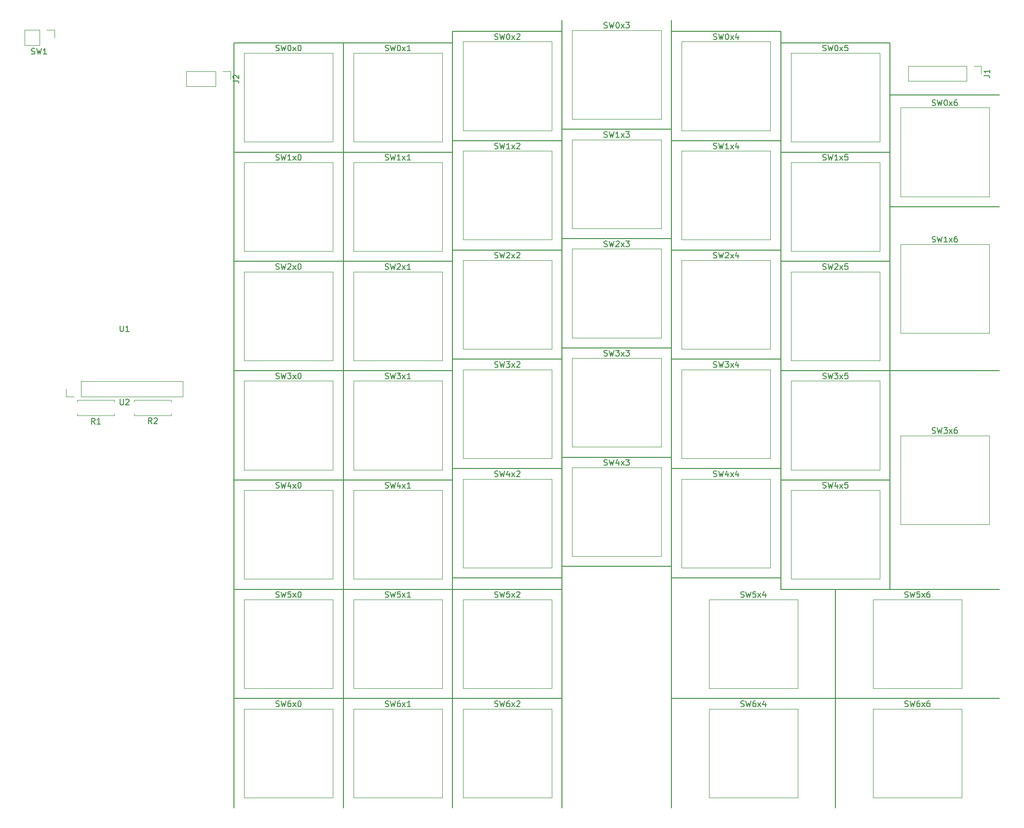
<source format=gbr>
%TF.GenerationSoftware,KiCad,Pcbnew,5.1.10-88a1d61d58~88~ubuntu20.04.1*%
%TF.CreationDate,2021-05-17T22:02:50+01:00*%
%TF.ProjectId,left_side,6c656674-5f73-4696-9465-2e6b69636164,rev?*%
%TF.SameCoordinates,Original*%
%TF.FileFunction,Legend,Top*%
%TF.FilePolarity,Positive*%
%FSLAX46Y46*%
G04 Gerber Fmt 4.6, Leading zero omitted, Abs format (unit mm)*
G04 Created by KiCad (PCBNEW 5.1.10-88a1d61d58~88~ubuntu20.04.1) date 2021-05-17 22:02:50*
%MOMM*%
%LPD*%
G01*
G04 APERTURE LIST*
%ADD10C,0.150000*%
%ADD11C,0.120000*%
G04 APERTURE END LIST*
D10*
X105600000Y109600000D02*
X124800000Y109600000D01*
X105600000Y90400000D02*
X124800000Y90400000D01*
X105600000Y71200000D02*
X124800000Y71200000D01*
X105600000Y52000000D02*
X124800000Y52000000D01*
X105600000Y32800000D02*
X124800000Y32800000D01*
X86400000Y30800000D02*
X105600000Y30800000D01*
X86400000Y50000000D02*
X105600000Y50000000D01*
X86400000Y69200000D02*
X105600000Y69200000D01*
X86400000Y88400000D02*
X105600000Y88400000D01*
X86400000Y107600000D02*
X105600000Y107600000D01*
X124800000Y107600000D02*
X144000000Y107600000D01*
X124800000Y88400000D02*
X144000000Y88400000D01*
X124800000Y69200000D02*
X144000000Y69200000D01*
X144000000Y50000000D02*
X124800000Y50000000D01*
X124800000Y30800000D02*
X144000000Y30800000D01*
X153600000Y-9600000D02*
X153600000Y28800000D01*
X144000000Y48000000D02*
X163200000Y48000000D01*
X144000000Y67200000D02*
X163200000Y67200000D01*
X144000000Y86400000D02*
X163200000Y86400000D01*
X144000000Y105600000D02*
X163200000Y105600000D01*
X48000000Y105600000D02*
X86400000Y105600000D01*
X48000000Y86400000D02*
X86400000Y86400000D01*
X86400000Y67200000D02*
X48000000Y67200000D01*
X48000000Y48000000D02*
X86400000Y48000000D01*
X124800000Y9600000D02*
X182400000Y9600000D01*
X105600000Y28800000D02*
X48000000Y28800000D01*
X105600000Y9600000D02*
X105600000Y28800000D01*
X48000000Y9600000D02*
X105600000Y9600000D01*
X144000000Y126800000D02*
X124800000Y126800000D01*
X124800000Y128800000D02*
X124800000Y-9600000D01*
X105600000Y128800000D02*
X105600000Y-9600000D01*
X86400000Y126800000D02*
X105600000Y126800000D01*
X67200000Y-9600000D02*
X67200000Y124800000D01*
X86400000Y126800000D02*
X86400000Y-9600000D01*
X182400000Y115600000D02*
X163200000Y115600000D01*
X163200000Y124800000D02*
X163200000Y28800000D01*
X144000000Y124800000D02*
X163200000Y124800000D01*
X144000000Y28800000D02*
X144000000Y126800000D01*
X182400000Y28800000D02*
X144000000Y28800000D01*
X163200000Y67200000D02*
X182400000Y67200000D01*
X163200000Y96000000D02*
X182400000Y96000000D01*
X48000000Y124800000D02*
X86400000Y124800000D01*
X48000000Y-9600000D02*
X48000000Y124800000D01*
D11*
%TO.C,SW1x6*%
X180600000Y89400000D02*
X180600000Y73800000D01*
X180600000Y73800000D02*
X165000000Y73800000D01*
X165000000Y89400000D02*
X180600000Y89400000D01*
X165000000Y89400000D02*
X165000000Y73800000D01*
%TO.C,SW0x0*%
X65400000Y123000000D02*
X65400000Y107400000D01*
X65400000Y107400000D02*
X49800000Y107400000D01*
X49800000Y123000000D02*
X65400000Y123000000D01*
X49800000Y123000000D02*
X49800000Y107400000D01*
%TO.C,SW0x1*%
X84600000Y123000000D02*
X84600000Y107400000D01*
X84600000Y107400000D02*
X69000000Y107400000D01*
X69000000Y123000000D02*
X84600000Y123000000D01*
X69000000Y123000000D02*
X69000000Y107400000D01*
%TO.C,SW0x2*%
X103800000Y125000000D02*
X103800000Y109400000D01*
X103800000Y109400000D02*
X88200000Y109400000D01*
X88200000Y125000000D02*
X103800000Y125000000D01*
X88200000Y125000000D02*
X88200000Y109400000D01*
%TO.C,SW0x3*%
X123000000Y127000000D02*
X123000000Y111400000D01*
X123000000Y111400000D02*
X107400000Y111400000D01*
X107400000Y127000000D02*
X123000000Y127000000D01*
X107400000Y127000000D02*
X107400000Y111400000D01*
%TO.C,SW0x4*%
X142200000Y125000000D02*
X142200000Y109400000D01*
X142200000Y109400000D02*
X126600000Y109400000D01*
X126600000Y125000000D02*
X142200000Y125000000D01*
X126600000Y125000000D02*
X126600000Y109400000D01*
%TO.C,SW0x5*%
X161400000Y123000000D02*
X161400000Y107400000D01*
X161400000Y107400000D02*
X145800000Y107400000D01*
X145800000Y123000000D02*
X161400000Y123000000D01*
X145800000Y123000000D02*
X145800000Y107400000D01*
%TO.C,SW0x6*%
X180600000Y113400000D02*
X180600000Y97800000D01*
X180600000Y97800000D02*
X165000000Y97800000D01*
X165000000Y113400000D02*
X180600000Y113400000D01*
X165000000Y113400000D02*
X165000000Y97800000D01*
%TO.C,SW1x0*%
X65400000Y103800000D02*
X65400000Y88200000D01*
X65400000Y88200000D02*
X49800000Y88200000D01*
X49800000Y103800000D02*
X65400000Y103800000D01*
X49800000Y103800000D02*
X49800000Y88200000D01*
%TO.C,SW1x1*%
X84600000Y103800000D02*
X84600000Y88200000D01*
X84600000Y88200000D02*
X69000000Y88200000D01*
X69000000Y103800000D02*
X84600000Y103800000D01*
X69000000Y103800000D02*
X69000000Y88200000D01*
%TO.C,SW1x2*%
X103800000Y105800000D02*
X103800000Y90200000D01*
X103800000Y90200000D02*
X88200000Y90200000D01*
X88200000Y105800000D02*
X103800000Y105800000D01*
X88200000Y105800000D02*
X88200000Y90200000D01*
%TO.C,SW1x3*%
X123000000Y107800000D02*
X123000000Y92200000D01*
X123000000Y92200000D02*
X107400000Y92200000D01*
X107400000Y107800000D02*
X123000000Y107800000D01*
X107400000Y107800000D02*
X107400000Y92200000D01*
%TO.C,SW1x4*%
X142200000Y105800000D02*
X142200000Y90200000D01*
X142200000Y90200000D02*
X126600000Y90200000D01*
X126600000Y105800000D02*
X142200000Y105800000D01*
X126600000Y105800000D02*
X126600000Y90200000D01*
%TO.C,SW1x5*%
X161400000Y103800000D02*
X161400000Y88200000D01*
X161400000Y88200000D02*
X145800000Y88200000D01*
X145800000Y103800000D02*
X161400000Y103800000D01*
X145800000Y103800000D02*
X145800000Y88200000D01*
%TO.C,SW2x0*%
X65400000Y84600000D02*
X65400000Y69000000D01*
X65400000Y69000000D02*
X49800000Y69000000D01*
X49800000Y84600000D02*
X65400000Y84600000D01*
X49800000Y84600000D02*
X49800000Y69000000D01*
%TO.C,SW2x1*%
X84600000Y84600000D02*
X84600000Y69000000D01*
X84600000Y69000000D02*
X69000000Y69000000D01*
X69000000Y84600000D02*
X84600000Y84600000D01*
X69000000Y84600000D02*
X69000000Y69000000D01*
%TO.C,SW2x2*%
X103800000Y86600000D02*
X103800000Y71000000D01*
X103800000Y71000000D02*
X88200000Y71000000D01*
X88200000Y86600000D02*
X103800000Y86600000D01*
X88200000Y86600000D02*
X88200000Y71000000D01*
%TO.C,SW2x3*%
X123000000Y88600000D02*
X123000000Y73000000D01*
X123000000Y73000000D02*
X107400000Y73000000D01*
X107400000Y88600000D02*
X123000000Y88600000D01*
X107400000Y88600000D02*
X107400000Y73000000D01*
%TO.C,SW2x4*%
X142200000Y86600000D02*
X142200000Y71000000D01*
X142200000Y71000000D02*
X126600000Y71000000D01*
X126600000Y86600000D02*
X142200000Y86600000D01*
X126600000Y86600000D02*
X126600000Y71000000D01*
%TO.C,SW2x5*%
X161400000Y84600000D02*
X161400000Y69000000D01*
X161400000Y69000000D02*
X145800000Y69000000D01*
X145800000Y84600000D02*
X161400000Y84600000D01*
X145800000Y84600000D02*
X145800000Y69000000D01*
%TO.C,SW3x0*%
X65400000Y65400000D02*
X65400000Y49800000D01*
X65400000Y49800000D02*
X49800000Y49800000D01*
X49800000Y65400000D02*
X65400000Y65400000D01*
X49800000Y65400000D02*
X49800000Y49800000D01*
%TO.C,SW3x1*%
X84600000Y65400000D02*
X84600000Y49800000D01*
X84600000Y49800000D02*
X69000000Y49800000D01*
X69000000Y65400000D02*
X84600000Y65400000D01*
X69000000Y65400000D02*
X69000000Y49800000D01*
%TO.C,SW3x2*%
X103800000Y67400000D02*
X103800000Y51800000D01*
X103800000Y51800000D02*
X88200000Y51800000D01*
X88200000Y67400000D02*
X103800000Y67400000D01*
X88200000Y67400000D02*
X88200000Y51800000D01*
%TO.C,SW3x3*%
X123000000Y69400000D02*
X123000000Y53800000D01*
X123000000Y53800000D02*
X107400000Y53800000D01*
X107400000Y69400000D02*
X123000000Y69400000D01*
X107400000Y69400000D02*
X107400000Y53800000D01*
%TO.C,SW3x4*%
X142200000Y67400000D02*
X142200000Y51800000D01*
X142200000Y51800000D02*
X126600000Y51800000D01*
X126600000Y67400000D02*
X142200000Y67400000D01*
X126600000Y67400000D02*
X126600000Y51800000D01*
%TO.C,SW3x5*%
X161400000Y65400000D02*
X161400000Y49800000D01*
X161400000Y49800000D02*
X145800000Y49800000D01*
X145800000Y65400000D02*
X161400000Y65400000D01*
X145800000Y65400000D02*
X145800000Y49800000D01*
%TO.C,SW3x6*%
X180600000Y55800000D02*
X180600000Y40200000D01*
X180600000Y40200000D02*
X165000000Y40200000D01*
X165000000Y55800000D02*
X180600000Y55800000D01*
X165000000Y55800000D02*
X165000000Y40200000D01*
%TO.C,SW4x0*%
X65400000Y46200000D02*
X65400000Y30600000D01*
X65400000Y30600000D02*
X49800000Y30600000D01*
X49800000Y46200000D02*
X65400000Y46200000D01*
X49800000Y46200000D02*
X49800000Y30600000D01*
%TO.C,SW4x1*%
X84600000Y46200000D02*
X84600000Y30600000D01*
X84600000Y30600000D02*
X69000000Y30600000D01*
X69000000Y46200000D02*
X84600000Y46200000D01*
X69000000Y46200000D02*
X69000000Y30600000D01*
%TO.C,SW4x2*%
X103800000Y48200000D02*
X103800000Y32600000D01*
X103800000Y32600000D02*
X88200000Y32600000D01*
X88200000Y48200000D02*
X103800000Y48200000D01*
X88200000Y48200000D02*
X88200000Y32600000D01*
%TO.C,SW4x3*%
X123000000Y50200000D02*
X123000000Y34600000D01*
X123000000Y34600000D02*
X107400000Y34600000D01*
X107400000Y50200000D02*
X123000000Y50200000D01*
X107400000Y50200000D02*
X107400000Y34600000D01*
%TO.C,SW4x4*%
X142200000Y48200000D02*
X142200000Y32600000D01*
X142200000Y32600000D02*
X126600000Y32600000D01*
X126600000Y48200000D02*
X142200000Y48200000D01*
X126600000Y48200000D02*
X126600000Y32600000D01*
%TO.C,SW4x5*%
X161400000Y46200000D02*
X161400000Y30600000D01*
X161400000Y30600000D02*
X145800000Y30600000D01*
X145800000Y46200000D02*
X161400000Y46200000D01*
X145800000Y46200000D02*
X145800000Y30600000D01*
%TO.C,SW5x0*%
X65400000Y27000000D02*
X65400000Y11400000D01*
X65400000Y11400000D02*
X49800000Y11400000D01*
X49800000Y27000000D02*
X65400000Y27000000D01*
X49800000Y27000000D02*
X49800000Y11400000D01*
%TO.C,SW5x1*%
X84600000Y27000000D02*
X84600000Y11400000D01*
X84600000Y11400000D02*
X69000000Y11400000D01*
X69000000Y27000000D02*
X84600000Y27000000D01*
X69000000Y27000000D02*
X69000000Y11400000D01*
%TO.C,SW5x2*%
X103800000Y27000000D02*
X103800000Y11400000D01*
X103800000Y11400000D02*
X88200000Y11400000D01*
X88200000Y27000000D02*
X103800000Y27000000D01*
X88200000Y27000000D02*
X88200000Y11400000D01*
%TO.C,SW5x4*%
X147000000Y27000000D02*
X147000000Y11400000D01*
X147000000Y11400000D02*
X131400000Y11400000D01*
X131400000Y27000000D02*
X147000000Y27000000D01*
X131400000Y27000000D02*
X131400000Y11400000D01*
%TO.C,SW5x6*%
X175800000Y27000000D02*
X175800000Y11400000D01*
X175800000Y11400000D02*
X160200000Y11400000D01*
X160200000Y27000000D02*
X175800000Y27000000D01*
X160200000Y27000000D02*
X160200000Y11400000D01*
%TO.C,SW6x0*%
X65400000Y7800000D02*
X65400000Y-7800000D01*
X65400000Y-7800000D02*
X49800000Y-7800000D01*
X49800000Y7800000D02*
X65400000Y7800000D01*
X49800000Y7800000D02*
X49800000Y-7800000D01*
%TO.C,SW6x1*%
X84600000Y7800000D02*
X84600000Y-7800000D01*
X84600000Y-7800000D02*
X69000000Y-7800000D01*
X69000000Y7800000D02*
X84600000Y7800000D01*
X69000000Y7800000D02*
X69000000Y-7800000D01*
%TO.C,SW6x2*%
X103800000Y7800000D02*
X103800000Y-7800000D01*
X103800000Y-7800000D02*
X88200000Y-7800000D01*
X88200000Y7800000D02*
X103800000Y7800000D01*
X88200000Y7800000D02*
X88200000Y-7800000D01*
%TO.C,SW6x4*%
X147000000Y7800000D02*
X147000000Y-7800000D01*
X147000000Y-7800000D02*
X131400000Y-7800000D01*
X131400000Y7800000D02*
X147000000Y7800000D01*
X131400000Y7800000D02*
X131400000Y-7800000D01*
%TO.C,SW6x6*%
X175800000Y7800000D02*
X175800000Y-7800000D01*
X175800000Y-7800000D02*
X160200000Y-7800000D01*
X160200000Y7800000D02*
X175800000Y7800000D01*
X160200000Y7800000D02*
X160200000Y-7800000D01*
%TO.C,SW1*%
X16498000Y127058000D02*
X16498000Y125728000D01*
X15168000Y127058000D02*
X16498000Y127058000D01*
X13898000Y127058000D02*
X13898000Y124398000D01*
X13898000Y124398000D02*
X11298000Y124398000D01*
X13898000Y127058000D02*
X11298000Y127058000D01*
X11298000Y127058000D02*
X11298000Y124398000D01*
%TO.C,J1*%
X179210000Y120730000D02*
X179210000Y119400000D01*
X177880000Y120730000D02*
X179210000Y120730000D01*
X176610000Y120730000D02*
X176610000Y118070000D01*
X176610000Y118070000D02*
X166390000Y118070000D01*
X176610000Y120730000D02*
X166390000Y120730000D01*
X166390000Y120730000D02*
X166390000Y118070000D01*
%TO.C,R1*%
X20508000Y62042000D02*
X20508000Y61712000D01*
X27048000Y62042000D02*
X20508000Y62042000D01*
X27048000Y61712000D02*
X27048000Y62042000D01*
X20508000Y59302000D02*
X20508000Y59632000D01*
X27048000Y59302000D02*
X20508000Y59302000D01*
X27048000Y59632000D02*
X27048000Y59302000D01*
%TO.C,R2*%
X37032000Y59302000D02*
X37032000Y59632000D01*
X30492000Y59302000D02*
X37032000Y59302000D01*
X30492000Y59632000D02*
X30492000Y59302000D01*
X37032000Y62042000D02*
X37032000Y61712000D01*
X30492000Y62042000D02*
X37032000Y62042000D01*
X30492000Y61712000D02*
X30492000Y62042000D01*
%TO.C,U2*%
X18580000Y62670000D02*
X18580000Y64000000D01*
X19910000Y62670000D02*
X18580000Y62670000D01*
X21180000Y62670000D02*
X21180000Y65330000D01*
X21180000Y65330000D02*
X39020000Y65330000D01*
X21180000Y62670000D02*
X39020000Y62670000D01*
X39020000Y62670000D02*
X39020000Y65330000D01*
%TO.C,J2*%
X47410000Y119794000D02*
X47410000Y118464000D01*
X46080000Y119794000D02*
X47410000Y119794000D01*
X44810000Y119794000D02*
X44810000Y117134000D01*
X44810000Y117134000D02*
X39670000Y117134000D01*
X44810000Y119794000D02*
X39670000Y119794000D01*
X39670000Y119794000D02*
X39670000Y117134000D01*
%TD*%
%TO.C,SW1x6*%
D10*
X170585714Y89835238D02*
X170728571Y89787619D01*
X170966666Y89787619D01*
X171061904Y89835238D01*
X171109523Y89882857D01*
X171157142Y89978095D01*
X171157142Y90073333D01*
X171109523Y90168571D01*
X171061904Y90216190D01*
X170966666Y90263809D01*
X170776190Y90311428D01*
X170680952Y90359047D01*
X170633333Y90406666D01*
X170585714Y90501904D01*
X170585714Y90597142D01*
X170633333Y90692380D01*
X170680952Y90740000D01*
X170776190Y90787619D01*
X171014285Y90787619D01*
X171157142Y90740000D01*
X171490476Y90787619D02*
X171728571Y89787619D01*
X171919047Y90501904D01*
X172109523Y89787619D01*
X172347619Y90787619D01*
X173252380Y89787619D02*
X172680952Y89787619D01*
X172966666Y89787619D02*
X172966666Y90787619D01*
X172871428Y90644761D01*
X172776190Y90549523D01*
X172680952Y90501904D01*
X173585714Y89787619D02*
X174109523Y90454285D01*
X173585714Y90454285D02*
X174109523Y89787619D01*
X174919047Y90787619D02*
X174728571Y90787619D01*
X174633333Y90740000D01*
X174585714Y90692380D01*
X174490476Y90549523D01*
X174442857Y90359047D01*
X174442857Y89978095D01*
X174490476Y89882857D01*
X174538095Y89835238D01*
X174633333Y89787619D01*
X174823809Y89787619D01*
X174919047Y89835238D01*
X174966666Y89882857D01*
X175014285Y89978095D01*
X175014285Y90216190D01*
X174966666Y90311428D01*
X174919047Y90359047D01*
X174823809Y90406666D01*
X174633333Y90406666D01*
X174538095Y90359047D01*
X174490476Y90311428D01*
X174442857Y90216190D01*
%TO.C,SW0x0*%
X55385714Y123435238D02*
X55528571Y123387619D01*
X55766666Y123387619D01*
X55861904Y123435238D01*
X55909523Y123482857D01*
X55957142Y123578095D01*
X55957142Y123673333D01*
X55909523Y123768571D01*
X55861904Y123816190D01*
X55766666Y123863809D01*
X55576190Y123911428D01*
X55480952Y123959047D01*
X55433333Y124006666D01*
X55385714Y124101904D01*
X55385714Y124197142D01*
X55433333Y124292380D01*
X55480952Y124340000D01*
X55576190Y124387619D01*
X55814285Y124387619D01*
X55957142Y124340000D01*
X56290476Y124387619D02*
X56528571Y123387619D01*
X56719047Y124101904D01*
X56909523Y123387619D01*
X57147619Y124387619D01*
X57719047Y124387619D02*
X57814285Y124387619D01*
X57909523Y124340000D01*
X57957142Y124292380D01*
X58004761Y124197142D01*
X58052380Y124006666D01*
X58052380Y123768571D01*
X58004761Y123578095D01*
X57957142Y123482857D01*
X57909523Y123435238D01*
X57814285Y123387619D01*
X57719047Y123387619D01*
X57623809Y123435238D01*
X57576190Y123482857D01*
X57528571Y123578095D01*
X57480952Y123768571D01*
X57480952Y124006666D01*
X57528571Y124197142D01*
X57576190Y124292380D01*
X57623809Y124340000D01*
X57719047Y124387619D01*
X58385714Y123387619D02*
X58909523Y124054285D01*
X58385714Y124054285D02*
X58909523Y123387619D01*
X59480952Y124387619D02*
X59576190Y124387619D01*
X59671428Y124340000D01*
X59719047Y124292380D01*
X59766666Y124197142D01*
X59814285Y124006666D01*
X59814285Y123768571D01*
X59766666Y123578095D01*
X59719047Y123482857D01*
X59671428Y123435238D01*
X59576190Y123387619D01*
X59480952Y123387619D01*
X59385714Y123435238D01*
X59338095Y123482857D01*
X59290476Y123578095D01*
X59242857Y123768571D01*
X59242857Y124006666D01*
X59290476Y124197142D01*
X59338095Y124292380D01*
X59385714Y124340000D01*
X59480952Y124387619D01*
%TO.C,SW0x1*%
X74585714Y123435238D02*
X74728571Y123387619D01*
X74966666Y123387619D01*
X75061904Y123435238D01*
X75109523Y123482857D01*
X75157142Y123578095D01*
X75157142Y123673333D01*
X75109523Y123768571D01*
X75061904Y123816190D01*
X74966666Y123863809D01*
X74776190Y123911428D01*
X74680952Y123959047D01*
X74633333Y124006666D01*
X74585714Y124101904D01*
X74585714Y124197142D01*
X74633333Y124292380D01*
X74680952Y124340000D01*
X74776190Y124387619D01*
X75014285Y124387619D01*
X75157142Y124340000D01*
X75490476Y124387619D02*
X75728571Y123387619D01*
X75919047Y124101904D01*
X76109523Y123387619D01*
X76347619Y124387619D01*
X76919047Y124387619D02*
X77014285Y124387619D01*
X77109523Y124340000D01*
X77157142Y124292380D01*
X77204761Y124197142D01*
X77252380Y124006666D01*
X77252380Y123768571D01*
X77204761Y123578095D01*
X77157142Y123482857D01*
X77109523Y123435238D01*
X77014285Y123387619D01*
X76919047Y123387619D01*
X76823809Y123435238D01*
X76776190Y123482857D01*
X76728571Y123578095D01*
X76680952Y123768571D01*
X76680952Y124006666D01*
X76728571Y124197142D01*
X76776190Y124292380D01*
X76823809Y124340000D01*
X76919047Y124387619D01*
X77585714Y123387619D02*
X78109523Y124054285D01*
X77585714Y124054285D02*
X78109523Y123387619D01*
X79014285Y123387619D02*
X78442857Y123387619D01*
X78728571Y123387619D02*
X78728571Y124387619D01*
X78633333Y124244761D01*
X78538095Y124149523D01*
X78442857Y124101904D01*
%TO.C,SW0x2*%
X93785714Y125435238D02*
X93928571Y125387619D01*
X94166666Y125387619D01*
X94261904Y125435238D01*
X94309523Y125482857D01*
X94357142Y125578095D01*
X94357142Y125673333D01*
X94309523Y125768571D01*
X94261904Y125816190D01*
X94166666Y125863809D01*
X93976190Y125911428D01*
X93880952Y125959047D01*
X93833333Y126006666D01*
X93785714Y126101904D01*
X93785714Y126197142D01*
X93833333Y126292380D01*
X93880952Y126340000D01*
X93976190Y126387619D01*
X94214285Y126387619D01*
X94357142Y126340000D01*
X94690476Y126387619D02*
X94928571Y125387619D01*
X95119047Y126101904D01*
X95309523Y125387619D01*
X95547619Y126387619D01*
X96119047Y126387619D02*
X96214285Y126387619D01*
X96309523Y126340000D01*
X96357142Y126292380D01*
X96404761Y126197142D01*
X96452380Y126006666D01*
X96452380Y125768571D01*
X96404761Y125578095D01*
X96357142Y125482857D01*
X96309523Y125435238D01*
X96214285Y125387619D01*
X96119047Y125387619D01*
X96023809Y125435238D01*
X95976190Y125482857D01*
X95928571Y125578095D01*
X95880952Y125768571D01*
X95880952Y126006666D01*
X95928571Y126197142D01*
X95976190Y126292380D01*
X96023809Y126340000D01*
X96119047Y126387619D01*
X96785714Y125387619D02*
X97309523Y126054285D01*
X96785714Y126054285D02*
X97309523Y125387619D01*
X97642857Y126292380D02*
X97690476Y126340000D01*
X97785714Y126387619D01*
X98023809Y126387619D01*
X98119047Y126340000D01*
X98166666Y126292380D01*
X98214285Y126197142D01*
X98214285Y126101904D01*
X98166666Y125959047D01*
X97595238Y125387619D01*
X98214285Y125387619D01*
%TO.C,SW0x3*%
X112985714Y127435238D02*
X113128571Y127387619D01*
X113366666Y127387619D01*
X113461904Y127435238D01*
X113509523Y127482857D01*
X113557142Y127578095D01*
X113557142Y127673333D01*
X113509523Y127768571D01*
X113461904Y127816190D01*
X113366666Y127863809D01*
X113176190Y127911428D01*
X113080952Y127959047D01*
X113033333Y128006666D01*
X112985714Y128101904D01*
X112985714Y128197142D01*
X113033333Y128292380D01*
X113080952Y128340000D01*
X113176190Y128387619D01*
X113414285Y128387619D01*
X113557142Y128340000D01*
X113890476Y128387619D02*
X114128571Y127387619D01*
X114319047Y128101904D01*
X114509523Y127387619D01*
X114747619Y128387619D01*
X115319047Y128387619D02*
X115414285Y128387619D01*
X115509523Y128340000D01*
X115557142Y128292380D01*
X115604761Y128197142D01*
X115652380Y128006666D01*
X115652380Y127768571D01*
X115604761Y127578095D01*
X115557142Y127482857D01*
X115509523Y127435238D01*
X115414285Y127387619D01*
X115319047Y127387619D01*
X115223809Y127435238D01*
X115176190Y127482857D01*
X115128571Y127578095D01*
X115080952Y127768571D01*
X115080952Y128006666D01*
X115128571Y128197142D01*
X115176190Y128292380D01*
X115223809Y128340000D01*
X115319047Y128387619D01*
X115985714Y127387619D02*
X116509523Y128054285D01*
X115985714Y128054285D02*
X116509523Y127387619D01*
X116795238Y128387619D02*
X117414285Y128387619D01*
X117080952Y128006666D01*
X117223809Y128006666D01*
X117319047Y127959047D01*
X117366666Y127911428D01*
X117414285Y127816190D01*
X117414285Y127578095D01*
X117366666Y127482857D01*
X117319047Y127435238D01*
X117223809Y127387619D01*
X116938095Y127387619D01*
X116842857Y127435238D01*
X116795238Y127482857D01*
%TO.C,SW0x4*%
X132185714Y125435238D02*
X132328571Y125387619D01*
X132566666Y125387619D01*
X132661904Y125435238D01*
X132709523Y125482857D01*
X132757142Y125578095D01*
X132757142Y125673333D01*
X132709523Y125768571D01*
X132661904Y125816190D01*
X132566666Y125863809D01*
X132376190Y125911428D01*
X132280952Y125959047D01*
X132233333Y126006666D01*
X132185714Y126101904D01*
X132185714Y126197142D01*
X132233333Y126292380D01*
X132280952Y126340000D01*
X132376190Y126387619D01*
X132614285Y126387619D01*
X132757142Y126340000D01*
X133090476Y126387619D02*
X133328571Y125387619D01*
X133519047Y126101904D01*
X133709523Y125387619D01*
X133947619Y126387619D01*
X134519047Y126387619D02*
X134614285Y126387619D01*
X134709523Y126340000D01*
X134757142Y126292380D01*
X134804761Y126197142D01*
X134852380Y126006666D01*
X134852380Y125768571D01*
X134804761Y125578095D01*
X134757142Y125482857D01*
X134709523Y125435238D01*
X134614285Y125387619D01*
X134519047Y125387619D01*
X134423809Y125435238D01*
X134376190Y125482857D01*
X134328571Y125578095D01*
X134280952Y125768571D01*
X134280952Y126006666D01*
X134328571Y126197142D01*
X134376190Y126292380D01*
X134423809Y126340000D01*
X134519047Y126387619D01*
X135185714Y125387619D02*
X135709523Y126054285D01*
X135185714Y126054285D02*
X135709523Y125387619D01*
X136519047Y126054285D02*
X136519047Y125387619D01*
X136280952Y126435238D02*
X136042857Y125720952D01*
X136661904Y125720952D01*
%TO.C,SW0x5*%
X151385714Y123435238D02*
X151528571Y123387619D01*
X151766666Y123387619D01*
X151861904Y123435238D01*
X151909523Y123482857D01*
X151957142Y123578095D01*
X151957142Y123673333D01*
X151909523Y123768571D01*
X151861904Y123816190D01*
X151766666Y123863809D01*
X151576190Y123911428D01*
X151480952Y123959047D01*
X151433333Y124006666D01*
X151385714Y124101904D01*
X151385714Y124197142D01*
X151433333Y124292380D01*
X151480952Y124340000D01*
X151576190Y124387619D01*
X151814285Y124387619D01*
X151957142Y124340000D01*
X152290476Y124387619D02*
X152528571Y123387619D01*
X152719047Y124101904D01*
X152909523Y123387619D01*
X153147619Y124387619D01*
X153719047Y124387619D02*
X153814285Y124387619D01*
X153909523Y124340000D01*
X153957142Y124292380D01*
X154004761Y124197142D01*
X154052380Y124006666D01*
X154052380Y123768571D01*
X154004761Y123578095D01*
X153957142Y123482857D01*
X153909523Y123435238D01*
X153814285Y123387619D01*
X153719047Y123387619D01*
X153623809Y123435238D01*
X153576190Y123482857D01*
X153528571Y123578095D01*
X153480952Y123768571D01*
X153480952Y124006666D01*
X153528571Y124197142D01*
X153576190Y124292380D01*
X153623809Y124340000D01*
X153719047Y124387619D01*
X154385714Y123387619D02*
X154909523Y124054285D01*
X154385714Y124054285D02*
X154909523Y123387619D01*
X155766666Y124387619D02*
X155290476Y124387619D01*
X155242857Y123911428D01*
X155290476Y123959047D01*
X155385714Y124006666D01*
X155623809Y124006666D01*
X155719047Y123959047D01*
X155766666Y123911428D01*
X155814285Y123816190D01*
X155814285Y123578095D01*
X155766666Y123482857D01*
X155719047Y123435238D01*
X155623809Y123387619D01*
X155385714Y123387619D01*
X155290476Y123435238D01*
X155242857Y123482857D01*
%TO.C,SW0x6*%
X170585714Y113835238D02*
X170728571Y113787619D01*
X170966666Y113787619D01*
X171061904Y113835238D01*
X171109523Y113882857D01*
X171157142Y113978095D01*
X171157142Y114073333D01*
X171109523Y114168571D01*
X171061904Y114216190D01*
X170966666Y114263809D01*
X170776190Y114311428D01*
X170680952Y114359047D01*
X170633333Y114406666D01*
X170585714Y114501904D01*
X170585714Y114597142D01*
X170633333Y114692380D01*
X170680952Y114740000D01*
X170776190Y114787619D01*
X171014285Y114787619D01*
X171157142Y114740000D01*
X171490476Y114787619D02*
X171728571Y113787619D01*
X171919047Y114501904D01*
X172109523Y113787619D01*
X172347619Y114787619D01*
X172919047Y114787619D02*
X173014285Y114787619D01*
X173109523Y114740000D01*
X173157142Y114692380D01*
X173204761Y114597142D01*
X173252380Y114406666D01*
X173252380Y114168571D01*
X173204761Y113978095D01*
X173157142Y113882857D01*
X173109523Y113835238D01*
X173014285Y113787619D01*
X172919047Y113787619D01*
X172823809Y113835238D01*
X172776190Y113882857D01*
X172728571Y113978095D01*
X172680952Y114168571D01*
X172680952Y114406666D01*
X172728571Y114597142D01*
X172776190Y114692380D01*
X172823809Y114740000D01*
X172919047Y114787619D01*
X173585714Y113787619D02*
X174109523Y114454285D01*
X173585714Y114454285D02*
X174109523Y113787619D01*
X174919047Y114787619D02*
X174728571Y114787619D01*
X174633333Y114740000D01*
X174585714Y114692380D01*
X174490476Y114549523D01*
X174442857Y114359047D01*
X174442857Y113978095D01*
X174490476Y113882857D01*
X174538095Y113835238D01*
X174633333Y113787619D01*
X174823809Y113787619D01*
X174919047Y113835238D01*
X174966666Y113882857D01*
X175014285Y113978095D01*
X175014285Y114216190D01*
X174966666Y114311428D01*
X174919047Y114359047D01*
X174823809Y114406666D01*
X174633333Y114406666D01*
X174538095Y114359047D01*
X174490476Y114311428D01*
X174442857Y114216190D01*
%TO.C,SW1x0*%
X55385714Y104235238D02*
X55528571Y104187619D01*
X55766666Y104187619D01*
X55861904Y104235238D01*
X55909523Y104282857D01*
X55957142Y104378095D01*
X55957142Y104473333D01*
X55909523Y104568571D01*
X55861904Y104616190D01*
X55766666Y104663809D01*
X55576190Y104711428D01*
X55480952Y104759047D01*
X55433333Y104806666D01*
X55385714Y104901904D01*
X55385714Y104997142D01*
X55433333Y105092380D01*
X55480952Y105140000D01*
X55576190Y105187619D01*
X55814285Y105187619D01*
X55957142Y105140000D01*
X56290476Y105187619D02*
X56528571Y104187619D01*
X56719047Y104901904D01*
X56909523Y104187619D01*
X57147619Y105187619D01*
X58052380Y104187619D02*
X57480952Y104187619D01*
X57766666Y104187619D02*
X57766666Y105187619D01*
X57671428Y105044761D01*
X57576190Y104949523D01*
X57480952Y104901904D01*
X58385714Y104187619D02*
X58909523Y104854285D01*
X58385714Y104854285D02*
X58909523Y104187619D01*
X59480952Y105187619D02*
X59576190Y105187619D01*
X59671428Y105140000D01*
X59719047Y105092380D01*
X59766666Y104997142D01*
X59814285Y104806666D01*
X59814285Y104568571D01*
X59766666Y104378095D01*
X59719047Y104282857D01*
X59671428Y104235238D01*
X59576190Y104187619D01*
X59480952Y104187619D01*
X59385714Y104235238D01*
X59338095Y104282857D01*
X59290476Y104378095D01*
X59242857Y104568571D01*
X59242857Y104806666D01*
X59290476Y104997142D01*
X59338095Y105092380D01*
X59385714Y105140000D01*
X59480952Y105187619D01*
%TO.C,SW1x1*%
X74585714Y104235238D02*
X74728571Y104187619D01*
X74966666Y104187619D01*
X75061904Y104235238D01*
X75109523Y104282857D01*
X75157142Y104378095D01*
X75157142Y104473333D01*
X75109523Y104568571D01*
X75061904Y104616190D01*
X74966666Y104663809D01*
X74776190Y104711428D01*
X74680952Y104759047D01*
X74633333Y104806666D01*
X74585714Y104901904D01*
X74585714Y104997142D01*
X74633333Y105092380D01*
X74680952Y105140000D01*
X74776190Y105187619D01*
X75014285Y105187619D01*
X75157142Y105140000D01*
X75490476Y105187619D02*
X75728571Y104187619D01*
X75919047Y104901904D01*
X76109523Y104187619D01*
X76347619Y105187619D01*
X77252380Y104187619D02*
X76680952Y104187619D01*
X76966666Y104187619D02*
X76966666Y105187619D01*
X76871428Y105044761D01*
X76776190Y104949523D01*
X76680952Y104901904D01*
X77585714Y104187619D02*
X78109523Y104854285D01*
X77585714Y104854285D02*
X78109523Y104187619D01*
X79014285Y104187619D02*
X78442857Y104187619D01*
X78728571Y104187619D02*
X78728571Y105187619D01*
X78633333Y105044761D01*
X78538095Y104949523D01*
X78442857Y104901904D01*
%TO.C,SW1x2*%
X93785714Y106235238D02*
X93928571Y106187619D01*
X94166666Y106187619D01*
X94261904Y106235238D01*
X94309523Y106282857D01*
X94357142Y106378095D01*
X94357142Y106473333D01*
X94309523Y106568571D01*
X94261904Y106616190D01*
X94166666Y106663809D01*
X93976190Y106711428D01*
X93880952Y106759047D01*
X93833333Y106806666D01*
X93785714Y106901904D01*
X93785714Y106997142D01*
X93833333Y107092380D01*
X93880952Y107140000D01*
X93976190Y107187619D01*
X94214285Y107187619D01*
X94357142Y107140000D01*
X94690476Y107187619D02*
X94928571Y106187619D01*
X95119047Y106901904D01*
X95309523Y106187619D01*
X95547619Y107187619D01*
X96452380Y106187619D02*
X95880952Y106187619D01*
X96166666Y106187619D02*
X96166666Y107187619D01*
X96071428Y107044761D01*
X95976190Y106949523D01*
X95880952Y106901904D01*
X96785714Y106187619D02*
X97309523Y106854285D01*
X96785714Y106854285D02*
X97309523Y106187619D01*
X97642857Y107092380D02*
X97690476Y107140000D01*
X97785714Y107187619D01*
X98023809Y107187619D01*
X98119047Y107140000D01*
X98166666Y107092380D01*
X98214285Y106997142D01*
X98214285Y106901904D01*
X98166666Y106759047D01*
X97595238Y106187619D01*
X98214285Y106187619D01*
%TO.C,SW1x3*%
X112985714Y108235238D02*
X113128571Y108187619D01*
X113366666Y108187619D01*
X113461904Y108235238D01*
X113509523Y108282857D01*
X113557142Y108378095D01*
X113557142Y108473333D01*
X113509523Y108568571D01*
X113461904Y108616190D01*
X113366666Y108663809D01*
X113176190Y108711428D01*
X113080952Y108759047D01*
X113033333Y108806666D01*
X112985714Y108901904D01*
X112985714Y108997142D01*
X113033333Y109092380D01*
X113080952Y109140000D01*
X113176190Y109187619D01*
X113414285Y109187619D01*
X113557142Y109140000D01*
X113890476Y109187619D02*
X114128571Y108187619D01*
X114319047Y108901904D01*
X114509523Y108187619D01*
X114747619Y109187619D01*
X115652380Y108187619D02*
X115080952Y108187619D01*
X115366666Y108187619D02*
X115366666Y109187619D01*
X115271428Y109044761D01*
X115176190Y108949523D01*
X115080952Y108901904D01*
X115985714Y108187619D02*
X116509523Y108854285D01*
X115985714Y108854285D02*
X116509523Y108187619D01*
X116795238Y109187619D02*
X117414285Y109187619D01*
X117080952Y108806666D01*
X117223809Y108806666D01*
X117319047Y108759047D01*
X117366666Y108711428D01*
X117414285Y108616190D01*
X117414285Y108378095D01*
X117366666Y108282857D01*
X117319047Y108235238D01*
X117223809Y108187619D01*
X116938095Y108187619D01*
X116842857Y108235238D01*
X116795238Y108282857D01*
%TO.C,SW1x4*%
X132185714Y106235238D02*
X132328571Y106187619D01*
X132566666Y106187619D01*
X132661904Y106235238D01*
X132709523Y106282857D01*
X132757142Y106378095D01*
X132757142Y106473333D01*
X132709523Y106568571D01*
X132661904Y106616190D01*
X132566666Y106663809D01*
X132376190Y106711428D01*
X132280952Y106759047D01*
X132233333Y106806666D01*
X132185714Y106901904D01*
X132185714Y106997142D01*
X132233333Y107092380D01*
X132280952Y107140000D01*
X132376190Y107187619D01*
X132614285Y107187619D01*
X132757142Y107140000D01*
X133090476Y107187619D02*
X133328571Y106187619D01*
X133519047Y106901904D01*
X133709523Y106187619D01*
X133947619Y107187619D01*
X134852380Y106187619D02*
X134280952Y106187619D01*
X134566666Y106187619D02*
X134566666Y107187619D01*
X134471428Y107044761D01*
X134376190Y106949523D01*
X134280952Y106901904D01*
X135185714Y106187619D02*
X135709523Y106854285D01*
X135185714Y106854285D02*
X135709523Y106187619D01*
X136519047Y106854285D02*
X136519047Y106187619D01*
X136280952Y107235238D02*
X136042857Y106520952D01*
X136661904Y106520952D01*
%TO.C,SW1x5*%
X151385714Y104235238D02*
X151528571Y104187619D01*
X151766666Y104187619D01*
X151861904Y104235238D01*
X151909523Y104282857D01*
X151957142Y104378095D01*
X151957142Y104473333D01*
X151909523Y104568571D01*
X151861904Y104616190D01*
X151766666Y104663809D01*
X151576190Y104711428D01*
X151480952Y104759047D01*
X151433333Y104806666D01*
X151385714Y104901904D01*
X151385714Y104997142D01*
X151433333Y105092380D01*
X151480952Y105140000D01*
X151576190Y105187619D01*
X151814285Y105187619D01*
X151957142Y105140000D01*
X152290476Y105187619D02*
X152528571Y104187619D01*
X152719047Y104901904D01*
X152909523Y104187619D01*
X153147619Y105187619D01*
X154052380Y104187619D02*
X153480952Y104187619D01*
X153766666Y104187619D02*
X153766666Y105187619D01*
X153671428Y105044761D01*
X153576190Y104949523D01*
X153480952Y104901904D01*
X154385714Y104187619D02*
X154909523Y104854285D01*
X154385714Y104854285D02*
X154909523Y104187619D01*
X155766666Y105187619D02*
X155290476Y105187619D01*
X155242857Y104711428D01*
X155290476Y104759047D01*
X155385714Y104806666D01*
X155623809Y104806666D01*
X155719047Y104759047D01*
X155766666Y104711428D01*
X155814285Y104616190D01*
X155814285Y104378095D01*
X155766666Y104282857D01*
X155719047Y104235238D01*
X155623809Y104187619D01*
X155385714Y104187619D01*
X155290476Y104235238D01*
X155242857Y104282857D01*
%TO.C,SW2x0*%
X55385714Y85035238D02*
X55528571Y84987619D01*
X55766666Y84987619D01*
X55861904Y85035238D01*
X55909523Y85082857D01*
X55957142Y85178095D01*
X55957142Y85273333D01*
X55909523Y85368571D01*
X55861904Y85416190D01*
X55766666Y85463809D01*
X55576190Y85511428D01*
X55480952Y85559047D01*
X55433333Y85606666D01*
X55385714Y85701904D01*
X55385714Y85797142D01*
X55433333Y85892380D01*
X55480952Y85940000D01*
X55576190Y85987619D01*
X55814285Y85987619D01*
X55957142Y85940000D01*
X56290476Y85987619D02*
X56528571Y84987619D01*
X56719047Y85701904D01*
X56909523Y84987619D01*
X57147619Y85987619D01*
X57480952Y85892380D02*
X57528571Y85940000D01*
X57623809Y85987619D01*
X57861904Y85987619D01*
X57957142Y85940000D01*
X58004761Y85892380D01*
X58052380Y85797142D01*
X58052380Y85701904D01*
X58004761Y85559047D01*
X57433333Y84987619D01*
X58052380Y84987619D01*
X58385714Y84987619D02*
X58909523Y85654285D01*
X58385714Y85654285D02*
X58909523Y84987619D01*
X59480952Y85987619D02*
X59576190Y85987619D01*
X59671428Y85940000D01*
X59719047Y85892380D01*
X59766666Y85797142D01*
X59814285Y85606666D01*
X59814285Y85368571D01*
X59766666Y85178095D01*
X59719047Y85082857D01*
X59671428Y85035238D01*
X59576190Y84987619D01*
X59480952Y84987619D01*
X59385714Y85035238D01*
X59338095Y85082857D01*
X59290476Y85178095D01*
X59242857Y85368571D01*
X59242857Y85606666D01*
X59290476Y85797142D01*
X59338095Y85892380D01*
X59385714Y85940000D01*
X59480952Y85987619D01*
%TO.C,SW2x1*%
X74585714Y85035238D02*
X74728571Y84987619D01*
X74966666Y84987619D01*
X75061904Y85035238D01*
X75109523Y85082857D01*
X75157142Y85178095D01*
X75157142Y85273333D01*
X75109523Y85368571D01*
X75061904Y85416190D01*
X74966666Y85463809D01*
X74776190Y85511428D01*
X74680952Y85559047D01*
X74633333Y85606666D01*
X74585714Y85701904D01*
X74585714Y85797142D01*
X74633333Y85892380D01*
X74680952Y85940000D01*
X74776190Y85987619D01*
X75014285Y85987619D01*
X75157142Y85940000D01*
X75490476Y85987619D02*
X75728571Y84987619D01*
X75919047Y85701904D01*
X76109523Y84987619D01*
X76347619Y85987619D01*
X76680952Y85892380D02*
X76728571Y85940000D01*
X76823809Y85987619D01*
X77061904Y85987619D01*
X77157142Y85940000D01*
X77204761Y85892380D01*
X77252380Y85797142D01*
X77252380Y85701904D01*
X77204761Y85559047D01*
X76633333Y84987619D01*
X77252380Y84987619D01*
X77585714Y84987619D02*
X78109523Y85654285D01*
X77585714Y85654285D02*
X78109523Y84987619D01*
X79014285Y84987619D02*
X78442857Y84987619D01*
X78728571Y84987619D02*
X78728571Y85987619D01*
X78633333Y85844761D01*
X78538095Y85749523D01*
X78442857Y85701904D01*
%TO.C,SW2x2*%
X93785714Y87035238D02*
X93928571Y86987619D01*
X94166666Y86987619D01*
X94261904Y87035238D01*
X94309523Y87082857D01*
X94357142Y87178095D01*
X94357142Y87273333D01*
X94309523Y87368571D01*
X94261904Y87416190D01*
X94166666Y87463809D01*
X93976190Y87511428D01*
X93880952Y87559047D01*
X93833333Y87606666D01*
X93785714Y87701904D01*
X93785714Y87797142D01*
X93833333Y87892380D01*
X93880952Y87940000D01*
X93976190Y87987619D01*
X94214285Y87987619D01*
X94357142Y87940000D01*
X94690476Y87987619D02*
X94928571Y86987619D01*
X95119047Y87701904D01*
X95309523Y86987619D01*
X95547619Y87987619D01*
X95880952Y87892380D02*
X95928571Y87940000D01*
X96023809Y87987619D01*
X96261904Y87987619D01*
X96357142Y87940000D01*
X96404761Y87892380D01*
X96452380Y87797142D01*
X96452380Y87701904D01*
X96404761Y87559047D01*
X95833333Y86987619D01*
X96452380Y86987619D01*
X96785714Y86987619D02*
X97309523Y87654285D01*
X96785714Y87654285D02*
X97309523Y86987619D01*
X97642857Y87892380D02*
X97690476Y87940000D01*
X97785714Y87987619D01*
X98023809Y87987619D01*
X98119047Y87940000D01*
X98166666Y87892380D01*
X98214285Y87797142D01*
X98214285Y87701904D01*
X98166666Y87559047D01*
X97595238Y86987619D01*
X98214285Y86987619D01*
%TO.C,SW2x3*%
X112985714Y89035238D02*
X113128571Y88987619D01*
X113366666Y88987619D01*
X113461904Y89035238D01*
X113509523Y89082857D01*
X113557142Y89178095D01*
X113557142Y89273333D01*
X113509523Y89368571D01*
X113461904Y89416190D01*
X113366666Y89463809D01*
X113176190Y89511428D01*
X113080952Y89559047D01*
X113033333Y89606666D01*
X112985714Y89701904D01*
X112985714Y89797142D01*
X113033333Y89892380D01*
X113080952Y89940000D01*
X113176190Y89987619D01*
X113414285Y89987619D01*
X113557142Y89940000D01*
X113890476Y89987619D02*
X114128571Y88987619D01*
X114319047Y89701904D01*
X114509523Y88987619D01*
X114747619Y89987619D01*
X115080952Y89892380D02*
X115128571Y89940000D01*
X115223809Y89987619D01*
X115461904Y89987619D01*
X115557142Y89940000D01*
X115604761Y89892380D01*
X115652380Y89797142D01*
X115652380Y89701904D01*
X115604761Y89559047D01*
X115033333Y88987619D01*
X115652380Y88987619D01*
X115985714Y88987619D02*
X116509523Y89654285D01*
X115985714Y89654285D02*
X116509523Y88987619D01*
X116795238Y89987619D02*
X117414285Y89987619D01*
X117080952Y89606666D01*
X117223809Y89606666D01*
X117319047Y89559047D01*
X117366666Y89511428D01*
X117414285Y89416190D01*
X117414285Y89178095D01*
X117366666Y89082857D01*
X117319047Y89035238D01*
X117223809Y88987619D01*
X116938095Y88987619D01*
X116842857Y89035238D01*
X116795238Y89082857D01*
%TO.C,SW2x4*%
X132185714Y87035238D02*
X132328571Y86987619D01*
X132566666Y86987619D01*
X132661904Y87035238D01*
X132709523Y87082857D01*
X132757142Y87178095D01*
X132757142Y87273333D01*
X132709523Y87368571D01*
X132661904Y87416190D01*
X132566666Y87463809D01*
X132376190Y87511428D01*
X132280952Y87559047D01*
X132233333Y87606666D01*
X132185714Y87701904D01*
X132185714Y87797142D01*
X132233333Y87892380D01*
X132280952Y87940000D01*
X132376190Y87987619D01*
X132614285Y87987619D01*
X132757142Y87940000D01*
X133090476Y87987619D02*
X133328571Y86987619D01*
X133519047Y87701904D01*
X133709523Y86987619D01*
X133947619Y87987619D01*
X134280952Y87892380D02*
X134328571Y87940000D01*
X134423809Y87987619D01*
X134661904Y87987619D01*
X134757142Y87940000D01*
X134804761Y87892380D01*
X134852380Y87797142D01*
X134852380Y87701904D01*
X134804761Y87559047D01*
X134233333Y86987619D01*
X134852380Y86987619D01*
X135185714Y86987619D02*
X135709523Y87654285D01*
X135185714Y87654285D02*
X135709523Y86987619D01*
X136519047Y87654285D02*
X136519047Y86987619D01*
X136280952Y88035238D02*
X136042857Y87320952D01*
X136661904Y87320952D01*
%TO.C,SW2x5*%
X151385714Y85035238D02*
X151528571Y84987619D01*
X151766666Y84987619D01*
X151861904Y85035238D01*
X151909523Y85082857D01*
X151957142Y85178095D01*
X151957142Y85273333D01*
X151909523Y85368571D01*
X151861904Y85416190D01*
X151766666Y85463809D01*
X151576190Y85511428D01*
X151480952Y85559047D01*
X151433333Y85606666D01*
X151385714Y85701904D01*
X151385714Y85797142D01*
X151433333Y85892380D01*
X151480952Y85940000D01*
X151576190Y85987619D01*
X151814285Y85987619D01*
X151957142Y85940000D01*
X152290476Y85987619D02*
X152528571Y84987619D01*
X152719047Y85701904D01*
X152909523Y84987619D01*
X153147619Y85987619D01*
X153480952Y85892380D02*
X153528571Y85940000D01*
X153623809Y85987619D01*
X153861904Y85987619D01*
X153957142Y85940000D01*
X154004761Y85892380D01*
X154052380Y85797142D01*
X154052380Y85701904D01*
X154004761Y85559047D01*
X153433333Y84987619D01*
X154052380Y84987619D01*
X154385714Y84987619D02*
X154909523Y85654285D01*
X154385714Y85654285D02*
X154909523Y84987619D01*
X155766666Y85987619D02*
X155290476Y85987619D01*
X155242857Y85511428D01*
X155290476Y85559047D01*
X155385714Y85606666D01*
X155623809Y85606666D01*
X155719047Y85559047D01*
X155766666Y85511428D01*
X155814285Y85416190D01*
X155814285Y85178095D01*
X155766666Y85082857D01*
X155719047Y85035238D01*
X155623809Y84987619D01*
X155385714Y84987619D01*
X155290476Y85035238D01*
X155242857Y85082857D01*
%TO.C,SW3x0*%
X55385714Y65835238D02*
X55528571Y65787619D01*
X55766666Y65787619D01*
X55861904Y65835238D01*
X55909523Y65882857D01*
X55957142Y65978095D01*
X55957142Y66073333D01*
X55909523Y66168571D01*
X55861904Y66216190D01*
X55766666Y66263809D01*
X55576190Y66311428D01*
X55480952Y66359047D01*
X55433333Y66406666D01*
X55385714Y66501904D01*
X55385714Y66597142D01*
X55433333Y66692380D01*
X55480952Y66740000D01*
X55576190Y66787619D01*
X55814285Y66787619D01*
X55957142Y66740000D01*
X56290476Y66787619D02*
X56528571Y65787619D01*
X56719047Y66501904D01*
X56909523Y65787619D01*
X57147619Y66787619D01*
X57433333Y66787619D02*
X58052380Y66787619D01*
X57719047Y66406666D01*
X57861904Y66406666D01*
X57957142Y66359047D01*
X58004761Y66311428D01*
X58052380Y66216190D01*
X58052380Y65978095D01*
X58004761Y65882857D01*
X57957142Y65835238D01*
X57861904Y65787619D01*
X57576190Y65787619D01*
X57480952Y65835238D01*
X57433333Y65882857D01*
X58385714Y65787619D02*
X58909523Y66454285D01*
X58385714Y66454285D02*
X58909523Y65787619D01*
X59480952Y66787619D02*
X59576190Y66787619D01*
X59671428Y66740000D01*
X59719047Y66692380D01*
X59766666Y66597142D01*
X59814285Y66406666D01*
X59814285Y66168571D01*
X59766666Y65978095D01*
X59719047Y65882857D01*
X59671428Y65835238D01*
X59576190Y65787619D01*
X59480952Y65787619D01*
X59385714Y65835238D01*
X59338095Y65882857D01*
X59290476Y65978095D01*
X59242857Y66168571D01*
X59242857Y66406666D01*
X59290476Y66597142D01*
X59338095Y66692380D01*
X59385714Y66740000D01*
X59480952Y66787619D01*
%TO.C,SW3x1*%
X74585714Y65835238D02*
X74728571Y65787619D01*
X74966666Y65787619D01*
X75061904Y65835238D01*
X75109523Y65882857D01*
X75157142Y65978095D01*
X75157142Y66073333D01*
X75109523Y66168571D01*
X75061904Y66216190D01*
X74966666Y66263809D01*
X74776190Y66311428D01*
X74680952Y66359047D01*
X74633333Y66406666D01*
X74585714Y66501904D01*
X74585714Y66597142D01*
X74633333Y66692380D01*
X74680952Y66740000D01*
X74776190Y66787619D01*
X75014285Y66787619D01*
X75157142Y66740000D01*
X75490476Y66787619D02*
X75728571Y65787619D01*
X75919047Y66501904D01*
X76109523Y65787619D01*
X76347619Y66787619D01*
X76633333Y66787619D02*
X77252380Y66787619D01*
X76919047Y66406666D01*
X77061904Y66406666D01*
X77157142Y66359047D01*
X77204761Y66311428D01*
X77252380Y66216190D01*
X77252380Y65978095D01*
X77204761Y65882857D01*
X77157142Y65835238D01*
X77061904Y65787619D01*
X76776190Y65787619D01*
X76680952Y65835238D01*
X76633333Y65882857D01*
X77585714Y65787619D02*
X78109523Y66454285D01*
X77585714Y66454285D02*
X78109523Y65787619D01*
X79014285Y65787619D02*
X78442857Y65787619D01*
X78728571Y65787619D02*
X78728571Y66787619D01*
X78633333Y66644761D01*
X78538095Y66549523D01*
X78442857Y66501904D01*
%TO.C,SW3x2*%
X93785714Y67835238D02*
X93928571Y67787619D01*
X94166666Y67787619D01*
X94261904Y67835238D01*
X94309523Y67882857D01*
X94357142Y67978095D01*
X94357142Y68073333D01*
X94309523Y68168571D01*
X94261904Y68216190D01*
X94166666Y68263809D01*
X93976190Y68311428D01*
X93880952Y68359047D01*
X93833333Y68406666D01*
X93785714Y68501904D01*
X93785714Y68597142D01*
X93833333Y68692380D01*
X93880952Y68740000D01*
X93976190Y68787619D01*
X94214285Y68787619D01*
X94357142Y68740000D01*
X94690476Y68787619D02*
X94928571Y67787619D01*
X95119047Y68501904D01*
X95309523Y67787619D01*
X95547619Y68787619D01*
X95833333Y68787619D02*
X96452380Y68787619D01*
X96119047Y68406666D01*
X96261904Y68406666D01*
X96357142Y68359047D01*
X96404761Y68311428D01*
X96452380Y68216190D01*
X96452380Y67978095D01*
X96404761Y67882857D01*
X96357142Y67835238D01*
X96261904Y67787619D01*
X95976190Y67787619D01*
X95880952Y67835238D01*
X95833333Y67882857D01*
X96785714Y67787619D02*
X97309523Y68454285D01*
X96785714Y68454285D02*
X97309523Y67787619D01*
X97642857Y68692380D02*
X97690476Y68740000D01*
X97785714Y68787619D01*
X98023809Y68787619D01*
X98119047Y68740000D01*
X98166666Y68692380D01*
X98214285Y68597142D01*
X98214285Y68501904D01*
X98166666Y68359047D01*
X97595238Y67787619D01*
X98214285Y67787619D01*
%TO.C,SW3x3*%
X112985714Y69835238D02*
X113128571Y69787619D01*
X113366666Y69787619D01*
X113461904Y69835238D01*
X113509523Y69882857D01*
X113557142Y69978095D01*
X113557142Y70073333D01*
X113509523Y70168571D01*
X113461904Y70216190D01*
X113366666Y70263809D01*
X113176190Y70311428D01*
X113080952Y70359047D01*
X113033333Y70406666D01*
X112985714Y70501904D01*
X112985714Y70597142D01*
X113033333Y70692380D01*
X113080952Y70740000D01*
X113176190Y70787619D01*
X113414285Y70787619D01*
X113557142Y70740000D01*
X113890476Y70787619D02*
X114128571Y69787619D01*
X114319047Y70501904D01*
X114509523Y69787619D01*
X114747619Y70787619D01*
X115033333Y70787619D02*
X115652380Y70787619D01*
X115319047Y70406666D01*
X115461904Y70406666D01*
X115557142Y70359047D01*
X115604761Y70311428D01*
X115652380Y70216190D01*
X115652380Y69978095D01*
X115604761Y69882857D01*
X115557142Y69835238D01*
X115461904Y69787619D01*
X115176190Y69787619D01*
X115080952Y69835238D01*
X115033333Y69882857D01*
X115985714Y69787619D02*
X116509523Y70454285D01*
X115985714Y70454285D02*
X116509523Y69787619D01*
X116795238Y70787619D02*
X117414285Y70787619D01*
X117080952Y70406666D01*
X117223809Y70406666D01*
X117319047Y70359047D01*
X117366666Y70311428D01*
X117414285Y70216190D01*
X117414285Y69978095D01*
X117366666Y69882857D01*
X117319047Y69835238D01*
X117223809Y69787619D01*
X116938095Y69787619D01*
X116842857Y69835238D01*
X116795238Y69882857D01*
%TO.C,SW3x4*%
X132185714Y67835238D02*
X132328571Y67787619D01*
X132566666Y67787619D01*
X132661904Y67835238D01*
X132709523Y67882857D01*
X132757142Y67978095D01*
X132757142Y68073333D01*
X132709523Y68168571D01*
X132661904Y68216190D01*
X132566666Y68263809D01*
X132376190Y68311428D01*
X132280952Y68359047D01*
X132233333Y68406666D01*
X132185714Y68501904D01*
X132185714Y68597142D01*
X132233333Y68692380D01*
X132280952Y68740000D01*
X132376190Y68787619D01*
X132614285Y68787619D01*
X132757142Y68740000D01*
X133090476Y68787619D02*
X133328571Y67787619D01*
X133519047Y68501904D01*
X133709523Y67787619D01*
X133947619Y68787619D01*
X134233333Y68787619D02*
X134852380Y68787619D01*
X134519047Y68406666D01*
X134661904Y68406666D01*
X134757142Y68359047D01*
X134804761Y68311428D01*
X134852380Y68216190D01*
X134852380Y67978095D01*
X134804761Y67882857D01*
X134757142Y67835238D01*
X134661904Y67787619D01*
X134376190Y67787619D01*
X134280952Y67835238D01*
X134233333Y67882857D01*
X135185714Y67787619D02*
X135709523Y68454285D01*
X135185714Y68454285D02*
X135709523Y67787619D01*
X136519047Y68454285D02*
X136519047Y67787619D01*
X136280952Y68835238D02*
X136042857Y68120952D01*
X136661904Y68120952D01*
%TO.C,SW3x5*%
X151385714Y65835238D02*
X151528571Y65787619D01*
X151766666Y65787619D01*
X151861904Y65835238D01*
X151909523Y65882857D01*
X151957142Y65978095D01*
X151957142Y66073333D01*
X151909523Y66168571D01*
X151861904Y66216190D01*
X151766666Y66263809D01*
X151576190Y66311428D01*
X151480952Y66359047D01*
X151433333Y66406666D01*
X151385714Y66501904D01*
X151385714Y66597142D01*
X151433333Y66692380D01*
X151480952Y66740000D01*
X151576190Y66787619D01*
X151814285Y66787619D01*
X151957142Y66740000D01*
X152290476Y66787619D02*
X152528571Y65787619D01*
X152719047Y66501904D01*
X152909523Y65787619D01*
X153147619Y66787619D01*
X153433333Y66787619D02*
X154052380Y66787619D01*
X153719047Y66406666D01*
X153861904Y66406666D01*
X153957142Y66359047D01*
X154004761Y66311428D01*
X154052380Y66216190D01*
X154052380Y65978095D01*
X154004761Y65882857D01*
X153957142Y65835238D01*
X153861904Y65787619D01*
X153576190Y65787619D01*
X153480952Y65835238D01*
X153433333Y65882857D01*
X154385714Y65787619D02*
X154909523Y66454285D01*
X154385714Y66454285D02*
X154909523Y65787619D01*
X155766666Y66787619D02*
X155290476Y66787619D01*
X155242857Y66311428D01*
X155290476Y66359047D01*
X155385714Y66406666D01*
X155623809Y66406666D01*
X155719047Y66359047D01*
X155766666Y66311428D01*
X155814285Y66216190D01*
X155814285Y65978095D01*
X155766666Y65882857D01*
X155719047Y65835238D01*
X155623809Y65787619D01*
X155385714Y65787619D01*
X155290476Y65835238D01*
X155242857Y65882857D01*
%TO.C,SW3x6*%
X170585714Y56235238D02*
X170728571Y56187619D01*
X170966666Y56187619D01*
X171061904Y56235238D01*
X171109523Y56282857D01*
X171157142Y56378095D01*
X171157142Y56473333D01*
X171109523Y56568571D01*
X171061904Y56616190D01*
X170966666Y56663809D01*
X170776190Y56711428D01*
X170680952Y56759047D01*
X170633333Y56806666D01*
X170585714Y56901904D01*
X170585714Y56997142D01*
X170633333Y57092380D01*
X170680952Y57140000D01*
X170776190Y57187619D01*
X171014285Y57187619D01*
X171157142Y57140000D01*
X171490476Y57187619D02*
X171728571Y56187619D01*
X171919047Y56901904D01*
X172109523Y56187619D01*
X172347619Y57187619D01*
X172633333Y57187619D02*
X173252380Y57187619D01*
X172919047Y56806666D01*
X173061904Y56806666D01*
X173157142Y56759047D01*
X173204761Y56711428D01*
X173252380Y56616190D01*
X173252380Y56378095D01*
X173204761Y56282857D01*
X173157142Y56235238D01*
X173061904Y56187619D01*
X172776190Y56187619D01*
X172680952Y56235238D01*
X172633333Y56282857D01*
X173585714Y56187619D02*
X174109523Y56854285D01*
X173585714Y56854285D02*
X174109523Y56187619D01*
X174919047Y57187619D02*
X174728571Y57187619D01*
X174633333Y57140000D01*
X174585714Y57092380D01*
X174490476Y56949523D01*
X174442857Y56759047D01*
X174442857Y56378095D01*
X174490476Y56282857D01*
X174538095Y56235238D01*
X174633333Y56187619D01*
X174823809Y56187619D01*
X174919047Y56235238D01*
X174966666Y56282857D01*
X175014285Y56378095D01*
X175014285Y56616190D01*
X174966666Y56711428D01*
X174919047Y56759047D01*
X174823809Y56806666D01*
X174633333Y56806666D01*
X174538095Y56759047D01*
X174490476Y56711428D01*
X174442857Y56616190D01*
%TO.C,SW4x0*%
X55385714Y46635238D02*
X55528571Y46587619D01*
X55766666Y46587619D01*
X55861904Y46635238D01*
X55909523Y46682857D01*
X55957142Y46778095D01*
X55957142Y46873333D01*
X55909523Y46968571D01*
X55861904Y47016190D01*
X55766666Y47063809D01*
X55576190Y47111428D01*
X55480952Y47159047D01*
X55433333Y47206666D01*
X55385714Y47301904D01*
X55385714Y47397142D01*
X55433333Y47492380D01*
X55480952Y47540000D01*
X55576190Y47587619D01*
X55814285Y47587619D01*
X55957142Y47540000D01*
X56290476Y47587619D02*
X56528571Y46587619D01*
X56719047Y47301904D01*
X56909523Y46587619D01*
X57147619Y47587619D01*
X57957142Y47254285D02*
X57957142Y46587619D01*
X57719047Y47635238D02*
X57480952Y46920952D01*
X58100000Y46920952D01*
X58385714Y46587619D02*
X58909523Y47254285D01*
X58385714Y47254285D02*
X58909523Y46587619D01*
X59480952Y47587619D02*
X59576190Y47587619D01*
X59671428Y47540000D01*
X59719047Y47492380D01*
X59766666Y47397142D01*
X59814285Y47206666D01*
X59814285Y46968571D01*
X59766666Y46778095D01*
X59719047Y46682857D01*
X59671428Y46635238D01*
X59576190Y46587619D01*
X59480952Y46587619D01*
X59385714Y46635238D01*
X59338095Y46682857D01*
X59290476Y46778095D01*
X59242857Y46968571D01*
X59242857Y47206666D01*
X59290476Y47397142D01*
X59338095Y47492380D01*
X59385714Y47540000D01*
X59480952Y47587619D01*
%TO.C,SW4x1*%
X74585714Y46635238D02*
X74728571Y46587619D01*
X74966666Y46587619D01*
X75061904Y46635238D01*
X75109523Y46682857D01*
X75157142Y46778095D01*
X75157142Y46873333D01*
X75109523Y46968571D01*
X75061904Y47016190D01*
X74966666Y47063809D01*
X74776190Y47111428D01*
X74680952Y47159047D01*
X74633333Y47206666D01*
X74585714Y47301904D01*
X74585714Y47397142D01*
X74633333Y47492380D01*
X74680952Y47540000D01*
X74776190Y47587619D01*
X75014285Y47587619D01*
X75157142Y47540000D01*
X75490476Y47587619D02*
X75728571Y46587619D01*
X75919047Y47301904D01*
X76109523Y46587619D01*
X76347619Y47587619D01*
X77157142Y47254285D02*
X77157142Y46587619D01*
X76919047Y47635238D02*
X76680952Y46920952D01*
X77300000Y46920952D01*
X77585714Y46587619D02*
X78109523Y47254285D01*
X77585714Y47254285D02*
X78109523Y46587619D01*
X79014285Y46587619D02*
X78442857Y46587619D01*
X78728571Y46587619D02*
X78728571Y47587619D01*
X78633333Y47444761D01*
X78538095Y47349523D01*
X78442857Y47301904D01*
%TO.C,SW4x2*%
X93785714Y48635238D02*
X93928571Y48587619D01*
X94166666Y48587619D01*
X94261904Y48635238D01*
X94309523Y48682857D01*
X94357142Y48778095D01*
X94357142Y48873333D01*
X94309523Y48968571D01*
X94261904Y49016190D01*
X94166666Y49063809D01*
X93976190Y49111428D01*
X93880952Y49159047D01*
X93833333Y49206666D01*
X93785714Y49301904D01*
X93785714Y49397142D01*
X93833333Y49492380D01*
X93880952Y49540000D01*
X93976190Y49587619D01*
X94214285Y49587619D01*
X94357142Y49540000D01*
X94690476Y49587619D02*
X94928571Y48587619D01*
X95119047Y49301904D01*
X95309523Y48587619D01*
X95547619Y49587619D01*
X96357142Y49254285D02*
X96357142Y48587619D01*
X96119047Y49635238D02*
X95880952Y48920952D01*
X96500000Y48920952D01*
X96785714Y48587619D02*
X97309523Y49254285D01*
X96785714Y49254285D02*
X97309523Y48587619D01*
X97642857Y49492380D02*
X97690476Y49540000D01*
X97785714Y49587619D01*
X98023809Y49587619D01*
X98119047Y49540000D01*
X98166666Y49492380D01*
X98214285Y49397142D01*
X98214285Y49301904D01*
X98166666Y49159047D01*
X97595238Y48587619D01*
X98214285Y48587619D01*
%TO.C,SW4x3*%
X112985714Y50635238D02*
X113128571Y50587619D01*
X113366666Y50587619D01*
X113461904Y50635238D01*
X113509523Y50682857D01*
X113557142Y50778095D01*
X113557142Y50873333D01*
X113509523Y50968571D01*
X113461904Y51016190D01*
X113366666Y51063809D01*
X113176190Y51111428D01*
X113080952Y51159047D01*
X113033333Y51206666D01*
X112985714Y51301904D01*
X112985714Y51397142D01*
X113033333Y51492380D01*
X113080952Y51540000D01*
X113176190Y51587619D01*
X113414285Y51587619D01*
X113557142Y51540000D01*
X113890476Y51587619D02*
X114128571Y50587619D01*
X114319047Y51301904D01*
X114509523Y50587619D01*
X114747619Y51587619D01*
X115557142Y51254285D02*
X115557142Y50587619D01*
X115319047Y51635238D02*
X115080952Y50920952D01*
X115700000Y50920952D01*
X115985714Y50587619D02*
X116509523Y51254285D01*
X115985714Y51254285D02*
X116509523Y50587619D01*
X116795238Y51587619D02*
X117414285Y51587619D01*
X117080952Y51206666D01*
X117223809Y51206666D01*
X117319047Y51159047D01*
X117366666Y51111428D01*
X117414285Y51016190D01*
X117414285Y50778095D01*
X117366666Y50682857D01*
X117319047Y50635238D01*
X117223809Y50587619D01*
X116938095Y50587619D01*
X116842857Y50635238D01*
X116795238Y50682857D01*
%TO.C,SW4x4*%
X132185714Y48635238D02*
X132328571Y48587619D01*
X132566666Y48587619D01*
X132661904Y48635238D01*
X132709523Y48682857D01*
X132757142Y48778095D01*
X132757142Y48873333D01*
X132709523Y48968571D01*
X132661904Y49016190D01*
X132566666Y49063809D01*
X132376190Y49111428D01*
X132280952Y49159047D01*
X132233333Y49206666D01*
X132185714Y49301904D01*
X132185714Y49397142D01*
X132233333Y49492380D01*
X132280952Y49540000D01*
X132376190Y49587619D01*
X132614285Y49587619D01*
X132757142Y49540000D01*
X133090476Y49587619D02*
X133328571Y48587619D01*
X133519047Y49301904D01*
X133709523Y48587619D01*
X133947619Y49587619D01*
X134757142Y49254285D02*
X134757142Y48587619D01*
X134519047Y49635238D02*
X134280952Y48920952D01*
X134900000Y48920952D01*
X135185714Y48587619D02*
X135709523Y49254285D01*
X135185714Y49254285D02*
X135709523Y48587619D01*
X136519047Y49254285D02*
X136519047Y48587619D01*
X136280952Y49635238D02*
X136042857Y48920952D01*
X136661904Y48920952D01*
%TO.C,SW4x5*%
X151385714Y46635238D02*
X151528571Y46587619D01*
X151766666Y46587619D01*
X151861904Y46635238D01*
X151909523Y46682857D01*
X151957142Y46778095D01*
X151957142Y46873333D01*
X151909523Y46968571D01*
X151861904Y47016190D01*
X151766666Y47063809D01*
X151576190Y47111428D01*
X151480952Y47159047D01*
X151433333Y47206666D01*
X151385714Y47301904D01*
X151385714Y47397142D01*
X151433333Y47492380D01*
X151480952Y47540000D01*
X151576190Y47587619D01*
X151814285Y47587619D01*
X151957142Y47540000D01*
X152290476Y47587619D02*
X152528571Y46587619D01*
X152719047Y47301904D01*
X152909523Y46587619D01*
X153147619Y47587619D01*
X153957142Y47254285D02*
X153957142Y46587619D01*
X153719047Y47635238D02*
X153480952Y46920952D01*
X154100000Y46920952D01*
X154385714Y46587619D02*
X154909523Y47254285D01*
X154385714Y47254285D02*
X154909523Y46587619D01*
X155766666Y47587619D02*
X155290476Y47587619D01*
X155242857Y47111428D01*
X155290476Y47159047D01*
X155385714Y47206666D01*
X155623809Y47206666D01*
X155719047Y47159047D01*
X155766666Y47111428D01*
X155814285Y47016190D01*
X155814285Y46778095D01*
X155766666Y46682857D01*
X155719047Y46635238D01*
X155623809Y46587619D01*
X155385714Y46587619D01*
X155290476Y46635238D01*
X155242857Y46682857D01*
%TO.C,SW5x0*%
X55385714Y27435238D02*
X55528571Y27387619D01*
X55766666Y27387619D01*
X55861904Y27435238D01*
X55909523Y27482857D01*
X55957142Y27578095D01*
X55957142Y27673333D01*
X55909523Y27768571D01*
X55861904Y27816190D01*
X55766666Y27863809D01*
X55576190Y27911428D01*
X55480952Y27959047D01*
X55433333Y28006666D01*
X55385714Y28101904D01*
X55385714Y28197142D01*
X55433333Y28292380D01*
X55480952Y28340000D01*
X55576190Y28387619D01*
X55814285Y28387619D01*
X55957142Y28340000D01*
X56290476Y28387619D02*
X56528571Y27387619D01*
X56719047Y28101904D01*
X56909523Y27387619D01*
X57147619Y28387619D01*
X58004761Y28387619D02*
X57528571Y28387619D01*
X57480952Y27911428D01*
X57528571Y27959047D01*
X57623809Y28006666D01*
X57861904Y28006666D01*
X57957142Y27959047D01*
X58004761Y27911428D01*
X58052380Y27816190D01*
X58052380Y27578095D01*
X58004761Y27482857D01*
X57957142Y27435238D01*
X57861904Y27387619D01*
X57623809Y27387619D01*
X57528571Y27435238D01*
X57480952Y27482857D01*
X58385714Y27387619D02*
X58909523Y28054285D01*
X58385714Y28054285D02*
X58909523Y27387619D01*
X59480952Y28387619D02*
X59576190Y28387619D01*
X59671428Y28340000D01*
X59719047Y28292380D01*
X59766666Y28197142D01*
X59814285Y28006666D01*
X59814285Y27768571D01*
X59766666Y27578095D01*
X59719047Y27482857D01*
X59671428Y27435238D01*
X59576190Y27387619D01*
X59480952Y27387619D01*
X59385714Y27435238D01*
X59338095Y27482857D01*
X59290476Y27578095D01*
X59242857Y27768571D01*
X59242857Y28006666D01*
X59290476Y28197142D01*
X59338095Y28292380D01*
X59385714Y28340000D01*
X59480952Y28387619D01*
%TO.C,SW5x1*%
X74585714Y27435238D02*
X74728571Y27387619D01*
X74966666Y27387619D01*
X75061904Y27435238D01*
X75109523Y27482857D01*
X75157142Y27578095D01*
X75157142Y27673333D01*
X75109523Y27768571D01*
X75061904Y27816190D01*
X74966666Y27863809D01*
X74776190Y27911428D01*
X74680952Y27959047D01*
X74633333Y28006666D01*
X74585714Y28101904D01*
X74585714Y28197142D01*
X74633333Y28292380D01*
X74680952Y28340000D01*
X74776190Y28387619D01*
X75014285Y28387619D01*
X75157142Y28340000D01*
X75490476Y28387619D02*
X75728571Y27387619D01*
X75919047Y28101904D01*
X76109523Y27387619D01*
X76347619Y28387619D01*
X77204761Y28387619D02*
X76728571Y28387619D01*
X76680952Y27911428D01*
X76728571Y27959047D01*
X76823809Y28006666D01*
X77061904Y28006666D01*
X77157142Y27959047D01*
X77204761Y27911428D01*
X77252380Y27816190D01*
X77252380Y27578095D01*
X77204761Y27482857D01*
X77157142Y27435238D01*
X77061904Y27387619D01*
X76823809Y27387619D01*
X76728571Y27435238D01*
X76680952Y27482857D01*
X77585714Y27387619D02*
X78109523Y28054285D01*
X77585714Y28054285D02*
X78109523Y27387619D01*
X79014285Y27387619D02*
X78442857Y27387619D01*
X78728571Y27387619D02*
X78728571Y28387619D01*
X78633333Y28244761D01*
X78538095Y28149523D01*
X78442857Y28101904D01*
%TO.C,SW5x2*%
X93785714Y27435238D02*
X93928571Y27387619D01*
X94166666Y27387619D01*
X94261904Y27435238D01*
X94309523Y27482857D01*
X94357142Y27578095D01*
X94357142Y27673333D01*
X94309523Y27768571D01*
X94261904Y27816190D01*
X94166666Y27863809D01*
X93976190Y27911428D01*
X93880952Y27959047D01*
X93833333Y28006666D01*
X93785714Y28101904D01*
X93785714Y28197142D01*
X93833333Y28292380D01*
X93880952Y28340000D01*
X93976190Y28387619D01*
X94214285Y28387619D01*
X94357142Y28340000D01*
X94690476Y28387619D02*
X94928571Y27387619D01*
X95119047Y28101904D01*
X95309523Y27387619D01*
X95547619Y28387619D01*
X96404761Y28387619D02*
X95928571Y28387619D01*
X95880952Y27911428D01*
X95928571Y27959047D01*
X96023809Y28006666D01*
X96261904Y28006666D01*
X96357142Y27959047D01*
X96404761Y27911428D01*
X96452380Y27816190D01*
X96452380Y27578095D01*
X96404761Y27482857D01*
X96357142Y27435238D01*
X96261904Y27387619D01*
X96023809Y27387619D01*
X95928571Y27435238D01*
X95880952Y27482857D01*
X96785714Y27387619D02*
X97309523Y28054285D01*
X96785714Y28054285D02*
X97309523Y27387619D01*
X97642857Y28292380D02*
X97690476Y28340000D01*
X97785714Y28387619D01*
X98023809Y28387619D01*
X98119047Y28340000D01*
X98166666Y28292380D01*
X98214285Y28197142D01*
X98214285Y28101904D01*
X98166666Y27959047D01*
X97595238Y27387619D01*
X98214285Y27387619D01*
%TO.C,SW5x4*%
X136985714Y27435238D02*
X137128571Y27387619D01*
X137366666Y27387619D01*
X137461904Y27435238D01*
X137509523Y27482857D01*
X137557142Y27578095D01*
X137557142Y27673333D01*
X137509523Y27768571D01*
X137461904Y27816190D01*
X137366666Y27863809D01*
X137176190Y27911428D01*
X137080952Y27959047D01*
X137033333Y28006666D01*
X136985714Y28101904D01*
X136985714Y28197142D01*
X137033333Y28292380D01*
X137080952Y28340000D01*
X137176190Y28387619D01*
X137414285Y28387619D01*
X137557142Y28340000D01*
X137890476Y28387619D02*
X138128571Y27387619D01*
X138319047Y28101904D01*
X138509523Y27387619D01*
X138747619Y28387619D01*
X139604761Y28387619D02*
X139128571Y28387619D01*
X139080952Y27911428D01*
X139128571Y27959047D01*
X139223809Y28006666D01*
X139461904Y28006666D01*
X139557142Y27959047D01*
X139604761Y27911428D01*
X139652380Y27816190D01*
X139652380Y27578095D01*
X139604761Y27482857D01*
X139557142Y27435238D01*
X139461904Y27387619D01*
X139223809Y27387619D01*
X139128571Y27435238D01*
X139080952Y27482857D01*
X139985714Y27387619D02*
X140509523Y28054285D01*
X139985714Y28054285D02*
X140509523Y27387619D01*
X141319047Y28054285D02*
X141319047Y27387619D01*
X141080952Y28435238D02*
X140842857Y27720952D01*
X141461904Y27720952D01*
%TO.C,SW5x6*%
X165785714Y27435238D02*
X165928571Y27387619D01*
X166166666Y27387619D01*
X166261904Y27435238D01*
X166309523Y27482857D01*
X166357142Y27578095D01*
X166357142Y27673333D01*
X166309523Y27768571D01*
X166261904Y27816190D01*
X166166666Y27863809D01*
X165976190Y27911428D01*
X165880952Y27959047D01*
X165833333Y28006666D01*
X165785714Y28101904D01*
X165785714Y28197142D01*
X165833333Y28292380D01*
X165880952Y28340000D01*
X165976190Y28387619D01*
X166214285Y28387619D01*
X166357142Y28340000D01*
X166690476Y28387619D02*
X166928571Y27387619D01*
X167119047Y28101904D01*
X167309523Y27387619D01*
X167547619Y28387619D01*
X168404761Y28387619D02*
X167928571Y28387619D01*
X167880952Y27911428D01*
X167928571Y27959047D01*
X168023809Y28006666D01*
X168261904Y28006666D01*
X168357142Y27959047D01*
X168404761Y27911428D01*
X168452380Y27816190D01*
X168452380Y27578095D01*
X168404761Y27482857D01*
X168357142Y27435238D01*
X168261904Y27387619D01*
X168023809Y27387619D01*
X167928571Y27435238D01*
X167880952Y27482857D01*
X168785714Y27387619D02*
X169309523Y28054285D01*
X168785714Y28054285D02*
X169309523Y27387619D01*
X170119047Y28387619D02*
X169928571Y28387619D01*
X169833333Y28340000D01*
X169785714Y28292380D01*
X169690476Y28149523D01*
X169642857Y27959047D01*
X169642857Y27578095D01*
X169690476Y27482857D01*
X169738095Y27435238D01*
X169833333Y27387619D01*
X170023809Y27387619D01*
X170119047Y27435238D01*
X170166666Y27482857D01*
X170214285Y27578095D01*
X170214285Y27816190D01*
X170166666Y27911428D01*
X170119047Y27959047D01*
X170023809Y28006666D01*
X169833333Y28006666D01*
X169738095Y27959047D01*
X169690476Y27911428D01*
X169642857Y27816190D01*
%TO.C,SW6x0*%
X55385714Y8235238D02*
X55528571Y8187619D01*
X55766666Y8187619D01*
X55861904Y8235238D01*
X55909523Y8282857D01*
X55957142Y8378095D01*
X55957142Y8473333D01*
X55909523Y8568571D01*
X55861904Y8616190D01*
X55766666Y8663809D01*
X55576190Y8711428D01*
X55480952Y8759047D01*
X55433333Y8806666D01*
X55385714Y8901904D01*
X55385714Y8997142D01*
X55433333Y9092380D01*
X55480952Y9140000D01*
X55576190Y9187619D01*
X55814285Y9187619D01*
X55957142Y9140000D01*
X56290476Y9187619D02*
X56528571Y8187619D01*
X56719047Y8901904D01*
X56909523Y8187619D01*
X57147619Y9187619D01*
X57957142Y9187619D02*
X57766666Y9187619D01*
X57671428Y9140000D01*
X57623809Y9092380D01*
X57528571Y8949523D01*
X57480952Y8759047D01*
X57480952Y8378095D01*
X57528571Y8282857D01*
X57576190Y8235238D01*
X57671428Y8187619D01*
X57861904Y8187619D01*
X57957142Y8235238D01*
X58004761Y8282857D01*
X58052380Y8378095D01*
X58052380Y8616190D01*
X58004761Y8711428D01*
X57957142Y8759047D01*
X57861904Y8806666D01*
X57671428Y8806666D01*
X57576190Y8759047D01*
X57528571Y8711428D01*
X57480952Y8616190D01*
X58385714Y8187619D02*
X58909523Y8854285D01*
X58385714Y8854285D02*
X58909523Y8187619D01*
X59480952Y9187619D02*
X59576190Y9187619D01*
X59671428Y9140000D01*
X59719047Y9092380D01*
X59766666Y8997142D01*
X59814285Y8806666D01*
X59814285Y8568571D01*
X59766666Y8378095D01*
X59719047Y8282857D01*
X59671428Y8235238D01*
X59576190Y8187619D01*
X59480952Y8187619D01*
X59385714Y8235238D01*
X59338095Y8282857D01*
X59290476Y8378095D01*
X59242857Y8568571D01*
X59242857Y8806666D01*
X59290476Y8997142D01*
X59338095Y9092380D01*
X59385714Y9140000D01*
X59480952Y9187619D01*
%TO.C,SW6x1*%
X74585714Y8235238D02*
X74728571Y8187619D01*
X74966666Y8187619D01*
X75061904Y8235238D01*
X75109523Y8282857D01*
X75157142Y8378095D01*
X75157142Y8473333D01*
X75109523Y8568571D01*
X75061904Y8616190D01*
X74966666Y8663809D01*
X74776190Y8711428D01*
X74680952Y8759047D01*
X74633333Y8806666D01*
X74585714Y8901904D01*
X74585714Y8997142D01*
X74633333Y9092380D01*
X74680952Y9140000D01*
X74776190Y9187619D01*
X75014285Y9187619D01*
X75157142Y9140000D01*
X75490476Y9187619D02*
X75728571Y8187619D01*
X75919047Y8901904D01*
X76109523Y8187619D01*
X76347619Y9187619D01*
X77157142Y9187619D02*
X76966666Y9187619D01*
X76871428Y9140000D01*
X76823809Y9092380D01*
X76728571Y8949523D01*
X76680952Y8759047D01*
X76680952Y8378095D01*
X76728571Y8282857D01*
X76776190Y8235238D01*
X76871428Y8187619D01*
X77061904Y8187619D01*
X77157142Y8235238D01*
X77204761Y8282857D01*
X77252380Y8378095D01*
X77252380Y8616190D01*
X77204761Y8711428D01*
X77157142Y8759047D01*
X77061904Y8806666D01*
X76871428Y8806666D01*
X76776190Y8759047D01*
X76728571Y8711428D01*
X76680952Y8616190D01*
X77585714Y8187619D02*
X78109523Y8854285D01*
X77585714Y8854285D02*
X78109523Y8187619D01*
X79014285Y8187619D02*
X78442857Y8187619D01*
X78728571Y8187619D02*
X78728571Y9187619D01*
X78633333Y9044761D01*
X78538095Y8949523D01*
X78442857Y8901904D01*
%TO.C,SW6x2*%
X93785714Y8235238D02*
X93928571Y8187619D01*
X94166666Y8187619D01*
X94261904Y8235238D01*
X94309523Y8282857D01*
X94357142Y8378095D01*
X94357142Y8473333D01*
X94309523Y8568571D01*
X94261904Y8616190D01*
X94166666Y8663809D01*
X93976190Y8711428D01*
X93880952Y8759047D01*
X93833333Y8806666D01*
X93785714Y8901904D01*
X93785714Y8997142D01*
X93833333Y9092380D01*
X93880952Y9140000D01*
X93976190Y9187619D01*
X94214285Y9187619D01*
X94357142Y9140000D01*
X94690476Y9187619D02*
X94928571Y8187619D01*
X95119047Y8901904D01*
X95309523Y8187619D01*
X95547619Y9187619D01*
X96357142Y9187619D02*
X96166666Y9187619D01*
X96071428Y9140000D01*
X96023809Y9092380D01*
X95928571Y8949523D01*
X95880952Y8759047D01*
X95880952Y8378095D01*
X95928571Y8282857D01*
X95976190Y8235238D01*
X96071428Y8187619D01*
X96261904Y8187619D01*
X96357142Y8235238D01*
X96404761Y8282857D01*
X96452380Y8378095D01*
X96452380Y8616190D01*
X96404761Y8711428D01*
X96357142Y8759047D01*
X96261904Y8806666D01*
X96071428Y8806666D01*
X95976190Y8759047D01*
X95928571Y8711428D01*
X95880952Y8616190D01*
X96785714Y8187619D02*
X97309523Y8854285D01*
X96785714Y8854285D02*
X97309523Y8187619D01*
X97642857Y9092380D02*
X97690476Y9140000D01*
X97785714Y9187619D01*
X98023809Y9187619D01*
X98119047Y9140000D01*
X98166666Y9092380D01*
X98214285Y8997142D01*
X98214285Y8901904D01*
X98166666Y8759047D01*
X97595238Y8187619D01*
X98214285Y8187619D01*
%TO.C,SW6x4*%
X136985714Y8235238D02*
X137128571Y8187619D01*
X137366666Y8187619D01*
X137461904Y8235238D01*
X137509523Y8282857D01*
X137557142Y8378095D01*
X137557142Y8473333D01*
X137509523Y8568571D01*
X137461904Y8616190D01*
X137366666Y8663809D01*
X137176190Y8711428D01*
X137080952Y8759047D01*
X137033333Y8806666D01*
X136985714Y8901904D01*
X136985714Y8997142D01*
X137033333Y9092380D01*
X137080952Y9140000D01*
X137176190Y9187619D01*
X137414285Y9187619D01*
X137557142Y9140000D01*
X137890476Y9187619D02*
X138128571Y8187619D01*
X138319047Y8901904D01*
X138509523Y8187619D01*
X138747619Y9187619D01*
X139557142Y9187619D02*
X139366666Y9187619D01*
X139271428Y9140000D01*
X139223809Y9092380D01*
X139128571Y8949523D01*
X139080952Y8759047D01*
X139080952Y8378095D01*
X139128571Y8282857D01*
X139176190Y8235238D01*
X139271428Y8187619D01*
X139461904Y8187619D01*
X139557142Y8235238D01*
X139604761Y8282857D01*
X139652380Y8378095D01*
X139652380Y8616190D01*
X139604761Y8711428D01*
X139557142Y8759047D01*
X139461904Y8806666D01*
X139271428Y8806666D01*
X139176190Y8759047D01*
X139128571Y8711428D01*
X139080952Y8616190D01*
X139985714Y8187619D02*
X140509523Y8854285D01*
X139985714Y8854285D02*
X140509523Y8187619D01*
X141319047Y8854285D02*
X141319047Y8187619D01*
X141080952Y9235238D02*
X140842857Y8520952D01*
X141461904Y8520952D01*
%TO.C,SW6x6*%
X165785714Y8235238D02*
X165928571Y8187619D01*
X166166666Y8187619D01*
X166261904Y8235238D01*
X166309523Y8282857D01*
X166357142Y8378095D01*
X166357142Y8473333D01*
X166309523Y8568571D01*
X166261904Y8616190D01*
X166166666Y8663809D01*
X165976190Y8711428D01*
X165880952Y8759047D01*
X165833333Y8806666D01*
X165785714Y8901904D01*
X165785714Y8997142D01*
X165833333Y9092380D01*
X165880952Y9140000D01*
X165976190Y9187619D01*
X166214285Y9187619D01*
X166357142Y9140000D01*
X166690476Y9187619D02*
X166928571Y8187619D01*
X167119047Y8901904D01*
X167309523Y8187619D01*
X167547619Y9187619D01*
X168357142Y9187619D02*
X168166666Y9187619D01*
X168071428Y9140000D01*
X168023809Y9092380D01*
X167928571Y8949523D01*
X167880952Y8759047D01*
X167880952Y8378095D01*
X167928571Y8282857D01*
X167976190Y8235238D01*
X168071428Y8187619D01*
X168261904Y8187619D01*
X168357142Y8235238D01*
X168404761Y8282857D01*
X168452380Y8378095D01*
X168452380Y8616190D01*
X168404761Y8711428D01*
X168357142Y8759047D01*
X168261904Y8806666D01*
X168071428Y8806666D01*
X167976190Y8759047D01*
X167928571Y8711428D01*
X167880952Y8616190D01*
X168785714Y8187619D02*
X169309523Y8854285D01*
X168785714Y8854285D02*
X169309523Y8187619D01*
X170119047Y9187619D02*
X169928571Y9187619D01*
X169833333Y9140000D01*
X169785714Y9092380D01*
X169690476Y8949523D01*
X169642857Y8759047D01*
X169642857Y8378095D01*
X169690476Y8282857D01*
X169738095Y8235238D01*
X169833333Y8187619D01*
X170023809Y8187619D01*
X170119047Y8235238D01*
X170166666Y8282857D01*
X170214285Y8378095D01*
X170214285Y8616190D01*
X170166666Y8711428D01*
X170119047Y8759047D01*
X170023809Y8806666D01*
X169833333Y8806666D01*
X169738095Y8759047D01*
X169690476Y8711428D01*
X169642857Y8616190D01*
%TO.C,U1*%
X28038095Y75107619D02*
X28038095Y74298095D01*
X28085714Y74202857D01*
X28133333Y74155238D01*
X28228571Y74107619D01*
X28419047Y74107619D01*
X28514285Y74155238D01*
X28561904Y74202857D01*
X28609523Y74298095D01*
X28609523Y75107619D01*
X29609523Y74107619D02*
X29038095Y74107619D01*
X29323809Y74107619D02*
X29323809Y75107619D01*
X29228571Y74964761D01*
X29133333Y74869523D01*
X29038095Y74821904D01*
%TO.C,SW1*%
X12490666Y122859238D02*
X12633523Y122811619D01*
X12871619Y122811619D01*
X12966857Y122859238D01*
X13014476Y122906857D01*
X13062095Y123002095D01*
X13062095Y123097333D01*
X13014476Y123192571D01*
X12966857Y123240190D01*
X12871619Y123287809D01*
X12681142Y123335428D01*
X12585904Y123383047D01*
X12538285Y123430666D01*
X12490666Y123525904D01*
X12490666Y123621142D01*
X12538285Y123716380D01*
X12585904Y123764000D01*
X12681142Y123811619D01*
X12919238Y123811619D01*
X13062095Y123764000D01*
X13395428Y123811619D02*
X13633523Y122811619D01*
X13824000Y123525904D01*
X14014476Y122811619D01*
X14252571Y123811619D01*
X15157333Y122811619D02*
X14585904Y122811619D01*
X14871619Y122811619D02*
X14871619Y123811619D01*
X14776380Y123668761D01*
X14681142Y123573523D01*
X14585904Y123525904D01*
%TO.C,J1*%
X179662380Y119066666D02*
X180376666Y119066666D01*
X180519523Y119019047D01*
X180614761Y118923809D01*
X180662380Y118780952D01*
X180662380Y118685714D01*
X180662380Y120066666D02*
X180662380Y119495238D01*
X180662380Y119780952D02*
X179662380Y119780952D01*
X179805238Y119685714D01*
X179900476Y119590476D01*
X179948095Y119495238D01*
%TO.C,R1*%
X23611333Y57849619D02*
X23278000Y58325809D01*
X23039904Y57849619D02*
X23039904Y58849619D01*
X23420857Y58849619D01*
X23516095Y58802000D01*
X23563714Y58754380D01*
X23611333Y58659142D01*
X23611333Y58516285D01*
X23563714Y58421047D01*
X23516095Y58373428D01*
X23420857Y58325809D01*
X23039904Y58325809D01*
X24563714Y57849619D02*
X23992285Y57849619D01*
X24278000Y57849619D02*
X24278000Y58849619D01*
X24182761Y58706761D01*
X24087523Y58611523D01*
X23992285Y58563904D01*
%TO.C,R2*%
X33625333Y57915619D02*
X33292000Y58391809D01*
X33053904Y57915619D02*
X33053904Y58915619D01*
X33434857Y58915619D01*
X33530095Y58868000D01*
X33577714Y58820380D01*
X33625333Y58725142D01*
X33625333Y58582285D01*
X33577714Y58487047D01*
X33530095Y58439428D01*
X33434857Y58391809D01*
X33053904Y58391809D01*
X34006285Y58820380D02*
X34053904Y58868000D01*
X34149142Y58915619D01*
X34387238Y58915619D01*
X34482476Y58868000D01*
X34530095Y58820380D01*
X34577714Y58725142D01*
X34577714Y58629904D01*
X34530095Y58487047D01*
X33958666Y57915619D01*
X34577714Y57915619D01*
%TO.C,U2*%
X28038095Y62179619D02*
X28038095Y61370095D01*
X28085714Y61274857D01*
X28133333Y61227238D01*
X28228571Y61179619D01*
X28419047Y61179619D01*
X28514285Y61227238D01*
X28561904Y61274857D01*
X28609523Y61370095D01*
X28609523Y62179619D01*
X29038095Y62084380D02*
X29085714Y62132000D01*
X29180952Y62179619D01*
X29419047Y62179619D01*
X29514285Y62132000D01*
X29561904Y62084380D01*
X29609523Y61989142D01*
X29609523Y61893904D01*
X29561904Y61751047D01*
X28990476Y61179619D01*
X29609523Y61179619D01*
%TO.C,J2*%
X47862380Y118130666D02*
X48576666Y118130666D01*
X48719523Y118083047D01*
X48814761Y117987809D01*
X48862380Y117844952D01*
X48862380Y117749714D01*
X47957619Y118559238D02*
X47910000Y118606857D01*
X47862380Y118702095D01*
X47862380Y118940190D01*
X47910000Y119035428D01*
X47957619Y119083047D01*
X48052857Y119130666D01*
X48148095Y119130666D01*
X48290952Y119083047D01*
X48862380Y118511619D01*
X48862380Y119130666D01*
%TD*%
M02*

</source>
